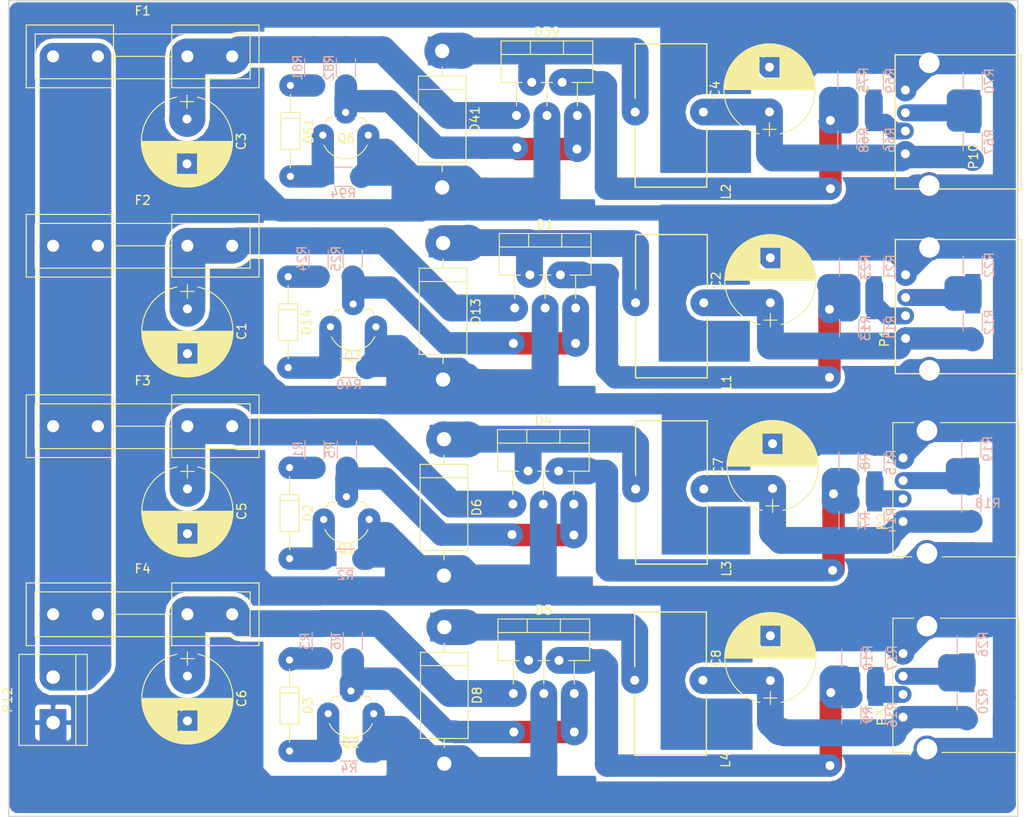
<source format=kicad_pcb>
(kicad_pcb (version 4) (host pcbnew 4.0.4-stable)
  (layers (0 F.Cu signal) (31 B.Cu signal) (34 B.Paste user) (35 F.Paste user) (36 B.SilkS user) (37 F.SilkS user) (38 B.Mask user) (39 F.Mask user) (44 Edge.Cuts user))
  (net 0 "")
  (net 1 "Net-(C2-Pad1)")
  (net 2 "Net-(C4-Pad1)")
  (net 3 "Net-(D1-Pad5)")
  (net 4 "Net-(D1-Pad4)")
  (net 5 "Net-(D1-Pad2)")
  (net 6 "Net-(D14-Pad2)")
  (net 7 "Net-(D14-Pad1)")
  (net 8 "Net-(D39-Pad5)")
  (net 9 "Net-(D39-Pad4)")
  (net 10 "Net-(D39-Pad2)")
  (net 11 "Net-(D51-Pad2)")
  (net 12 "Net-(D51-Pad1)")
  (net 13 "Net-(P1-Pad3)")
  (net 14 "Net-(P1-Pad2)")
  (net 15 "Net-(P10-Pad3)")
  (net 16 "Net-(P10-Pad2)")
  (net 17 "Net-(C1-Pad1)")
  (net 18 GND)
  (net 19 "Net-(D4-Pad2)")
  (net 20 "Net-(D5-Pad2)")
  (net 21 "Net-(C7-Pad1)")
  (net 22 "Net-(C8-Pad1)")
  (net 23 "Net-(P2-Pad3)")
  (net 24 "Net-(P2-Pad2)")
  (net 25 "Net-(P3-Pad3)")
  (net 26 "Net-(P3-Pad2)")
  (net 27 "Net-(D4-Pad5)")
  (net 28 "Net-(D2-Pad2)")
  (net 29 "Net-(D5-Pad5)")
  (net 30 "Net-(D3-Pad2)")
  (net 31 "Net-(D4-Pad4)")
  (net 32 "Net-(D5-Pad4)")
  (net 33 "Net-(D2-Pad1)")
  (net 34 "Net-(D3-Pad1)")
  (net 35 "Net-(C3-Pad1)")
  (net 36 "Net-(C5-Pad1)")
  (net 37 "Net-(C6-Pad1)")
  (net 38 "Net-(F1-Pad1)")
  (module Choke_Toroid_ThroughHole:Choke_Toroid_8x16mm_Vertical (layer F.Cu) (at 231.75 83.75 270)
    (fp_text reference L3 (at 16.51 -10.16 270) (layer F.SilkS))
    (fp_text value INDUCTOR)
    (pad 1 thru_hole circle (at 7.62 0 270) (size 1.99898 1.99898) (drill 1.00076) (layers *.Cu *.Mask) (net 19 "Net-(D4-Pad2)"))
    (pad 2 thru_hole circle (at 7.62 -7.62 270) (size 1.99898 1.99898) (drill 1.00076) (layers *.Cu *.Mask) (net 21 "Net-(C7-Pad1)"))
  )
  (module Fuse_Holders_and_Fuses:Fuseholder5x20_horiz_open_inline_Type-I (layer F.Cu) (at 166.7 84.35)
    (fp_text reference F3 (at 10 -5.08) (layer F.SilkS))
    (fp_text value F_Small)
    (pad 2 thru_hole circle (at 15 0) (size 2.35 2.35) (drill 1.35) (layers *.Cu *.Mask) (net 36 "Net-(C5-Pad1)"))
    (pad 2 thru_hole circle (at 20 0) (size 2.35 2.35) (drill 1.35) (layers *.Cu *.Mask) (net 36 "Net-(C5-Pad1)"))
    (pad 1 thru_hole circle (at 5 0) (size 2.35 2.35) (drill 1.35) (layers *.Cu *.Mask) (net 38 "Net-(F1-Pad1)"))
    (pad 1 thru_hole circle (at 0 0) (size 2.35 2.35) (drill 1.35) (layers *.Cu *.Mask) (net 38 "Net-(F1-Pad1)"))
  )
  (module Capacitors_ThroughHole:CP_Radial_D10.0mm_P5.00mm (layer F.Cu) (at 246.7 49.25 90)
    (fp_text reference C4 (at 2.5 -6.06 90) (layer F.SilkS))
    (fp_text value CP)
    (pad 1 thru_hole rect (at 0 0 90) (size 2 2) (drill 1) (layers *.Cu *.Mask) (net 2 "Net-(C4-Pad1)"))
    (pad 2 thru_hole circle (at 5 0 90) (size 2 2) (drill 1) (layers *.Cu *.Mask) (net 18 GND))
  )
  (module Choke_Toroid_ThroughHole:Choke_Toroid_8x16mm_Vertical (layer F.Cu) (at 231.7 41.65 270)
    (fp_text reference L2 (at 16.51 -10.16 270) (layer F.SilkS))
    (fp_text value INDUCTOR)
    (pad 1 thru_hole circle (at 7.62 0 270) (size 1.99898 1.99898) (drill 1.00076) (layers *.Cu *.Mask) (net 10 "Net-(D39-Pad2)"))
    (pad 2 thru_hole circle (at 7.62 -7.62 270) (size 1.99898 1.99898) (drill 1.00076) (layers *.Cu *.Mask) (net 2 "Net-(C4-Pad1)"))
  )
  (module Choke_Toroid_ThroughHole:Choke_Toroid_8x16mm_Vertical (layer F.Cu) (at 231.75 62.95 270)
    (fp_text reference L1 (at 16.51 -10.16 270) (layer F.SilkS))
    (fp_text value INDUCTOR)
    (pad 1 thru_hole circle (at 7.62 0 270) (size 1.99898 1.99898) (drill 1.00076) (layers *.Cu *.Mask) (net 5 "Net-(D1-Pad2)"))
    (pad 2 thru_hole circle (at 7.62 -7.62 270) (size 1.99898 1.99898) (drill 1.00076) (layers *.Cu *.Mask) (net 1 "Net-(C2-Pad1)"))
  )
  (module Connect:USB_A (layer F.Cu) (at 261.9 74.55 90)
    (fp_text reference P1 (at 0 -2.35 90) (layer F.SilkS))
    (fp_text value USB_A)
    (pad 4 thru_hole circle (at 7.11286 -0.00212) (size 1.50114 1.50114) (drill 1.00076) (layers *.Cu *.Mask) (net 18 GND))
    (pad 3 thru_hole circle (at 4.57286 -0.00212) (size 1.50114 1.50114) (drill 1.00076) (layers *.Cu *.Mask) (net 13 "Net-(P1-Pad3)"))
    (pad 2 thru_hole circle (at 2.54086 -0.00212) (size 1.50114 1.50114) (drill 1.00076) (layers *.Cu *.Mask) (net 14 "Net-(P1-Pad2)"))
    (pad 1 thru_hole circle (at 0.00086 -0.00212) (size 1.50114 1.50114) (drill 1.00076) (layers *.Cu *.Mask) (net 1 "Net-(C2-Pad1)"))
    (pad 5 thru_hole circle (at 10.16086 2.66488) (size 2.99974 2.99974) (drill 2.30124) (layers *.Cu *.Mask) (net 18 GND))
    (pad 5 thru_hole circle (at -3.55514 2.66488) (size 2.99974 2.99974) (drill 2.30124) (layers *.Cu *.Mask) (net 18 GND))
  )
  (module Connect:USB_A (layer F.Cu) (at 261.877 53.926 90)
    (fp_text reference P10 (at -0.3 7.6 90) (layer F.SilkS))
    (fp_text value USB_A)
    (pad 4 thru_hole circle (at 7.11286 -0.00212) (size 1.50114 1.50114) (drill 1.00076) (layers *.Cu *.Mask) (net 18 GND))
    (pad 3 thru_hole circle (at 4.57286 -0.00212) (size 1.50114 1.50114) (drill 1.00076) (layers *.Cu *.Mask) (net 15 "Net-(P10-Pad3)"))
    (pad 2 thru_hole circle (at 2.54086 -0.00212) (size 1.50114 1.50114) (drill 1.00076) (layers *.Cu *.Mask) (net 16 "Net-(P10-Pad2)"))
    (pad 1 thru_hole circle (at 0.00086 -0.00212) (size 1.50114 1.50114) (drill 1.00076) (layers *.Cu *.Mask) (net 2 "Net-(C4-Pad1)"))
    (pad 5 thru_hole circle (at 10.16086 2.66488) (size 2.99974 2.99974) (drill 2.30124) (layers *.Cu *.Mask) (net 18 GND))
    (pad 5 thru_hole circle (at -3.55514 2.66488) (size 2.99974 2.99974) (drill 2.30124) (layers *.Cu *.Mask) (net 18 GND))
  )
  (module TO_SOT_Packages_THT:TO-92_Molded_Wide_Oval_Reverse (layer F.Cu) (at 202.75 73.25 180)
    (fp_text reference Q3 (at 2.54 -3.302 180) (layer F.SilkS))
    (fp_text value 2SC1815)
    (pad 2 thru_hole oval (at 2.54 2.54 270) (size 2 1.5) (drill 0.8) (layers *.Cu *.Mask) (net 3 "Net-(D1-Pad5)"))
    (pad 1 thru_hole rect (at 0 0 270) (size 1.5 2) (drill 0.8) (layers *.Cu *.Mask) (net 18 GND))
    (pad 3 thru_hole oval (at 5.08 0 270) (size 1.5 2) (drill 0.8) (layers *.Cu *.Mask) (net 6 "Net-(D14-Pad2)"))
  )
  (module TO_SOT_Packages_THT:TO-92_Molded_Wide_Oval_Reverse (layer F.Cu) (at 201.9 51.85 180)
    (fp_text reference Q6 (at 2.4914 -0.364 180) (layer F.SilkS))
    (fp_text value 2SC1815)
    (pad 2 thru_hole oval (at 2.54 2.54 270) (size 2 1.5) (drill 0.8) (layers *.Cu *.Mask) (net 8 "Net-(D39-Pad5)"))
    (pad 1 thru_hole rect (at 0 0 270) (size 1.5 2) (drill 0.8) (layers *.Cu *.Mask) (net 18 GND))
    (pad 3 thru_hole oval (at 5.08 0 270) (size 1.5 2) (drill 0.8) (layers *.Cu *.Mask) (net 11 "Net-(D51-Pad2)"))
  )
  (module Diodes_ThroughHole:D_DO-201AD_P15.24mm_Horizontal (layer F.Cu) (at 210.25 63.9 270)
    (fp_text reference D13 (at 7.62 -3.66 270) (layer F.SilkS))
    (fp_text value D_Schottky)
    (pad 1 thru_hole rect (at 0 0 270) (size 3.2 3.2) (drill 1.6) (layers *.Cu *.Mask) (net 5 "Net-(D1-Pad2)"))
    (pad 2 thru_hole oval (at 15.24 0 270) (size 3.2 3.2) (drill 1.6) (layers *.Cu *.Mask) (net 18 GND))
  )
  (module Diodes_ThroughHole:D_DO-201AD_P15.24mm_Horizontal (layer F.Cu) (at 210.15 42.45 270)
    (fp_text reference D41 (at 7.62 -3.66 270) (layer F.SilkS))
    (fp_text value D_Schottky)
    (pad 1 thru_hole rect (at 0 0 270) (size 3.2 3.2) (drill 1.6) (layers *.Cu *.Mask) (net 10 "Net-(D39-Pad2)"))
    (pad 2 thru_hole oval (at 15.24 0 270) (size 3.2 3.2) (drill 1.6) (layers *.Cu *.Mask) (net 18 GND))
  )
  (module Connect:bornier2 (layer F.Cu) (at 166.7 117.45 90)
    (fp_text reference P12 (at 2.54 -5.08 90) (layer F.SilkS))
    (fp_text value POWER)
    (pad 1 thru_hole rect (at 0 0 90) (size 3 3) (drill 1.52) (layers *.Cu *.Mask) (net 18 GND))
    (pad 2 thru_hole circle (at 5.08 0 90) (size 3 3) (drill 1.52) (layers *.Cu *.Mask) (net 38 "Net-(F1-Pad1)"))
  )
  (module Diodes_ThroughHole:D_DO-201AD_P15.24mm_Horizontal (layer F.Cu) (at 210.35 85.8 270)
    (fp_text reference D6 (at 7.62 -3.66 270) (layer F.SilkS))
    (fp_text value D_Schottky)
    (pad 1 thru_hole rect (at 0 0 270) (size 3.2 3.2) (drill 1.6) (layers *.Cu *.Mask) (net 19 "Net-(D4-Pad2)"))
    (pad 2 thru_hole oval (at 15.24 0 270) (size 3.2 3.2) (drill 1.6) (layers *.Cu *.Mask) (net 18 GND))
  )
  (module Diodes_ThroughHole:D_DO-201AD_P15.24mm_Horizontal (layer F.Cu) (at 210.39 106.79 270)
    (fp_text reference D8 (at 7.62 -3.66 270) (layer F.SilkS))
    (fp_text value D_Schottky)
    (pad 1 thru_hole rect (at 0 0 270) (size 3.2 3.2) (drill 1.6) (layers *.Cu *.Mask) (net 20 "Net-(D5-Pad2)"))
    (pad 2 thru_hole oval (at 15.24 0 270) (size 3.2 3.2) (drill 1.6) (layers *.Cu *.Mask) (net 18 GND))
  )
  (module Choke_Toroid_ThroughHole:Choke_Toroid_8x16mm_Vertical (layer F.Cu) (at 231.65 105.1 270)
    (fp_text reference L4 (at 16.51 -10.16 270) (layer F.SilkS))
    (fp_text value INDUCTOR)
    (pad 1 thru_hole circle (at 7.62 0 270) (size 1.99898 1.99898) (drill 1.00076) (layers *.Cu *.Mask) (net 20 "Net-(D5-Pad2)"))
    (pad 2 thru_hole circle (at 7.62 -7.62 270) (size 1.99898 1.99898) (drill 1.00076) (layers *.Cu *.Mask) (net 22 "Net-(C8-Pad1)"))
  )
  (module Connect:USB_A (layer F.Cu) (at 261.62 94.996 90)
    (fp_text reference P2 (at 0 -2.35 90) (layer F.SilkS))
    (fp_text value USB_A)
    (pad 4 thru_hole circle (at 7.11 0) (size 1.5 1.5) (drill 1) (layers *.Cu *.Mask) (net 18 GND))
    (pad 3 thru_hole circle (at 4.57 0) (size 1.5 1.5) (drill 1) (layers *.Cu *.Mask) (net 23 "Net-(P2-Pad3)"))
    (pad 2 thru_hole circle (at 2.54 0) (size 1.5 1.5) (drill 1) (layers *.Cu *.Mask) (net 24 "Net-(P2-Pad2)"))
    (pad 1 thru_hole circle (at 0 0) (size 1.5 1.5) (drill 1) (layers *.Cu *.Mask) (net 21 "Net-(C7-Pad1)"))
    (pad 5 thru_hole circle (at 10.16 2.67) (size 3 3) (drill 2.3) (layers *.Cu *.Mask) (net 18 GND))
    (pad 5 thru_hole circle (at -3.56 2.67) (size 3 3) (drill 2.3) (layers *.Cu *.Mask) (net 18 GND))
  )
  (module Connect:USB_A (layer F.Cu) (at 261.62 116.84 90)
    (fp_text reference P3 (at 0 -2.35 90) (layer F.SilkS))
    (fp_text value USB_A)
    (pad 4 thru_hole circle (at 7.11 0) (size 1.5 1.5) (drill 1) (layers *.Cu *.Mask) (net 18 GND))
    (pad 3 thru_hole circle (at 4.57 0) (size 1.5 1.5) (drill 1) (layers *.Cu *.Mask) (net 25 "Net-(P3-Pad3)"))
    (pad 2 thru_hole circle (at 2.54 0) (size 1.5 1.5) (drill 1) (layers *.Cu *.Mask) (net 26 "Net-(P3-Pad2)"))
    (pad 1 thru_hole circle (at 0 0) (size 1.5 1.5) (drill 1) (layers *.Cu *.Mask) (net 22 "Net-(C8-Pad1)"))
    (pad 5 thru_hole circle (at 10.16 2.67) (size 3 3) (drill 2.3) (layers *.Cu *.Mask) (net 18 GND))
    (pad 5 thru_hole circle (at -3.56 2.67) (size 3 3) (drill 2.3) (layers *.Cu *.Mask) (net 18 GND))
  )
  (module TO_SOT_Packages_THT:TO-92_Molded_Wide_Oval_Reverse (layer F.Cu) (at 202 94.766 180)
    (fp_text reference Q1 (at 2.54 -3.3 180) (layer F.SilkS))
    (fp_text value 2SC1815)
    (pad 2 thru_hole oval (at 2.54 2.54 270) (size 2 1.5) (drill 0.8) (layers *.Cu *.Mask) (net 27 "Net-(D4-Pad5)"))
    (pad 1 thru_hole rect (at 0 0 270) (size 1.5 2) (drill 0.8) (layers *.Cu *.Mask) (net 18 GND))
    (pad 3 thru_hole oval (at 5.08 0 270) (size 1.5 2) (drill 0.8) (layers *.Cu *.Mask) (net 28 "Net-(D2-Pad2)"))
  )
  (module TO_SOT_Packages_THT:TO-92_Molded_Wide_Oval_Reverse (layer F.Cu) (at 202.5 116.4528 180)
    (fp_text reference Q2 (at 2.54 -3.3 180) (layer F.SilkS))
    (fp_text value 2SC1815)
    (pad 2 thru_hole oval (at 2.54 2.54 270) (size 2 1.5) (drill 0.8) (layers *.Cu *.Mask) (net 29 "Net-(D5-Pad5)"))
    (pad 1 thru_hole rect (at 0 0 270) (size 1.5 2) (drill 0.8) (layers *.Cu *.Mask) (net 18 GND))
    (pad 3 thru_hole oval (at 5.08 0 270) (size 1.5 2) (drill 0.8) (layers *.Cu *.Mask) (net 30 "Net-(D3-Pad2)"))
  )
  (module Resistors_SMD:R_1206_HandSoldering (layer B.Cu) (at 195.9 87 270)
    (fp_text reference R1 (at 0 1.85 270) (layer B.SilkS) (effects (justify mirror)))
    (fp_text value R)
    (pad 1 smd rect (at -2 0 270) (size 2 1.7) (layers B.Cu B.Paste B.Mask) (net 36 "Net-(C5-Pad1)"))
    (pad 2 smd rect (at 2 0 270) (size 2 1.7) (layers B.Cu B.Paste B.Mask) (net 33 "Net-(D2-Pad1)"))
  )
  (module Resistors_SMD:R_1206_HandSoldering (layer B.Cu) (at 199.3584 99.1348)
    (fp_text reference R2 (at 0 1.85) (layer B.SilkS) (effects (justify mirror)))
    (fp_text value R)
    (pad 1 smd rect (at -2 0) (size 2 1.7) (layers B.Cu B.Paste B.Mask) (net 28 "Net-(D2-Pad2)"))
    (pad 2 smd rect (at 2 0) (size 2 1.7) (layers B.Cu B.Paste B.Mask) (net 18 GND))
  )
  (module Resistors_SMD:R_1206_HandSoldering (layer B.Cu) (at 196.7 108.35 270)
    (fp_text reference R3 (at 0 1.85 270) (layer B.SilkS) (effects (justify mirror)))
    (fp_text value 15k)
    (pad 1 smd rect (at -2 0 270) (size 2 1.7) (layers B.Cu B.Paste B.Mask) (net 37 "Net-(C6-Pad1)"))
    (pad 2 smd rect (at 2 0 270) (size 2 1.7) (layers B.Cu B.Paste B.Mask) (net 34 "Net-(D3-Pad1)"))
  )
  (module Resistors_SMD:R_1206_HandSoldering (layer B.Cu) (at 199.7568 120.6692)
    (fp_text reference R4 (at 0 1.85) (layer B.SilkS) (effects (justify mirror)))
    (fp_text value 15k)
    (pad 1 smd rect (at -2 0) (size 2 1.7) (layers B.Cu B.Paste B.Mask) (net 30 "Net-(D3-Pad2)"))
    (pad 2 smd rect (at 2 0) (size 2 1.7) (layers B.Cu B.Paste B.Mask) (net 18 GND))
  )
  (module Resistors_SMD:R_1206_HandSoldering (layer B.Cu) (at 199.5108 86.9936 270)
    (fp_text reference R5 (at 0 1.85 270) (layer B.SilkS) (effects (justify mirror)))
    (fp_text value R)
    (pad 1 smd rect (at -2 0 270) (size 2 1.7) (layers B.Cu B.Paste B.Mask) (net 36 "Net-(C5-Pad1)"))
    (pad 2 smd rect (at 2 0 270) (size 2 1.7) (layers B.Cu B.Paste B.Mask) (net 27 "Net-(D4-Pad5)"))
  )
  (module Resistors_SMD:R_1206_HandSoldering (layer B.Cu) (at 200.1632 108.3756 270)
    (fp_text reference R6 (at 0 1.85 270) (layer B.SilkS) (effects (justify mirror)))
    (fp_text value R)
    (pad 1 smd rect (at -2 0 270) (size 2 1.7) (layers B.Cu B.Paste B.Mask) (net 37 "Net-(C6-Pad1)"))
    (pad 2 smd rect (at 2 0 270) (size 2 1.7) (layers B.Cu B.Paste B.Mask) (net 29 "Net-(D5-Pad5)"))
  )
  (module Resistors_SMD:R_1206_HandSoldering (layer B.Cu) (at 255.524 94.869 90)
    (fp_text reference R7 (at 0 1.85 90) (layer B.SilkS) (effects (justify mirror)))
    (fp_text value R)
    (pad 1 smd rect (at -2 0 90) (size 2 1.7) (layers B.Cu B.Paste B.Mask) (net 21 "Net-(C7-Pad1)"))
    (pad 2 smd rect (at 2 0 90) (size 2 1.7) (layers B.Cu B.Paste B.Mask) (net 31 "Net-(D4-Pad4)"))
  )
  (module Resistors_SMD:R_1206_HandSoldering (layer B.Cu) (at 255.524 88.265 90)
    (fp_text reference R8 (at 0 1.85 90) (layer B.SilkS) (effects (justify mirror)))
    (fp_text value R)
    (pad 1 smd rect (at -2 0 90) (size 2 1.7) (layers B.Cu B.Paste B.Mask) (net 31 "Net-(D4-Pad4)"))
    (pad 2 smd rect (at 2 0 90) (size 2 1.7) (layers B.Cu B.Paste B.Mask) (net 18 GND))
  )
  (module Resistors_SMD:R_1206_HandSoldering (layer B.Cu) (at 255.8415 116.586 90)
    (fp_text reference R9 (at 0 1.85 90) (layer B.SilkS) (effects (justify mirror)))
    (fp_text value R)
    (pad 1 smd rect (at -2 0 90) (size 2 1.7) (layers B.Cu B.Paste B.Mask) (net 22 "Net-(C8-Pad1)"))
    (pad 2 smd rect (at 2 0 90) (size 2 1.7) (layers B.Cu B.Paste B.Mask) (net 32 "Net-(D5-Pad4)"))
  )
  (module Resistors_SMD:R_1206_HandSoldering (layer B.Cu) (at 255.8415 110.236 90)
    (fp_text reference R10 (at 0 1.85 90) (layer B.SilkS) (effects (justify mirror)))
    (fp_text value R)
    (pad 1 smd rect (at -2 0 90) (size 2 1.7) (layers B.Cu B.Paste B.Mask) (net 32 "Net-(D5-Pad4)"))
    (pad 2 smd rect (at 2 0 90) (size 2 1.7) (layers B.Cu B.Paste B.Mask) (net 18 GND))
  )
  (module Resistors_SMD:R_1206_HandSoldering (layer B.Cu) (at 258.4 73.4 90)
    (fp_text reference R11 (at 0 1.85 90) (layer B.SilkS) (effects (justify mirror)))
    (fp_text value R)
    (pad 1 smd rect (at -2 0 90) (size 2 1.7) (layers B.Cu B.Paste B.Mask) (net 1 "Net-(C2-Pad1)"))
    (pad 2 smd rect (at 2 0 90) (size 2 1.7) (layers B.Cu B.Paste B.Mask) (net 14 "Net-(P1-Pad2)"))
  )
  (module Resistors_SMD:R_1206_HandSoldering (layer B.Cu) (at 269.4 72.75 90)
    (fp_text reference R12 (at 0 1.85 90) (layer B.SilkS) (effects (justify mirror)))
    (fp_text value R)
    (pad 1 smd rect (at -2 0 90) (size 2 1.7) (layers B.Cu B.Paste B.Mask) (net 1 "Net-(C2-Pad1)"))
    (pad 2 smd rect (at 2 0 90) (size 2 1.7) (layers B.Cu B.Paste B.Mask) (net 13 "Net-(P1-Pad3)"))
  )
  (module Resistors_SMD:R_1206_HandSoldering (layer B.Cu) (at 255.6 73.4 90)
    (fp_text reference R13 (at 0 1.85 90) (layer B.SilkS) (effects (justify mirror)))
    (fp_text value R)
    (pad 1 smd rect (at -2 0 90) (size 2 1.7) (layers B.Cu B.Paste B.Mask) (net 1 "Net-(C2-Pad1)"))
    (pad 2 smd rect (at 2 0 90) (size 2 1.7) (layers B.Cu B.Paste B.Mask) (net 4 "Net-(D1-Pad4)"))
  )
  (module Resistors_SMD:R_1206_HandSoldering (layer B.Cu) (at 258.445 94.869 90)
    (fp_text reference R14 (at 0 1.85 90) (layer B.SilkS) (effects (justify mirror)))
    (fp_text value R)
    (pad 1 smd rect (at -2 0 90) (size 2 1.7) (layers B.Cu B.Paste B.Mask) (net 21 "Net-(C7-Pad1)"))
    (pad 2 smd rect (at 2 0 90) (size 2 1.7) (layers B.Cu B.Paste B.Mask) (net 24 "Net-(P2-Pad2)"))
  )
  (module Resistors_SMD:R_1206_HandSoldering (layer B.Cu) (at 258.445 88.392 90)
    (fp_text reference R15 (at 0 1.85 90) (layer B.SilkS) (effects (justify mirror)))
    (fp_text value R)
    (pad 1 smd rect (at -2 0 90) (size 2 1.7) (layers B.Cu B.Paste B.Mask) (net 24 "Net-(P2-Pad2)"))
    (pad 2 smd rect (at 2 0 90) (size 2 1.7) (layers B.Cu B.Paste B.Mask) (net 18 GND))
  )
  (module Resistors_SMD:R_1206_HandSoldering (layer B.Cu) (at 258.572 116.586 90)
    (fp_text reference R16 (at 0 1.85 90) (layer B.SilkS) (effects (justify mirror)))
    (fp_text value R)
    (pad 1 smd rect (at -2 0 90) (size 2 1.7) (layers B.Cu B.Paste B.Mask) (net 22 "Net-(C8-Pad1)"))
    (pad 2 smd rect (at 2 0 90) (size 2 1.7) (layers B.Cu B.Paste B.Mask) (net 26 "Net-(P3-Pad2)"))
  )
  (module Resistors_SMD:R_1206_HandSoldering (layer B.Cu) (at 258.572 110.236 90)
    (fp_text reference R17 (at 0 1.85 90) (layer B.SilkS) (effects (justify mirror)))
    (fp_text value R)
    (pad 1 smd rect (at -2 0 90) (size 2 1.7) (layers B.Cu B.Paste B.Mask) (net 26 "Net-(P3-Pad2)"))
    (pad 2 smd rect (at 2 0 90) (size 2 1.7) (layers B.Cu B.Paste B.Mask) (net 18 GND))
  )
  (module Resistors_SMD:R_1206_HandSoldering (layer B.Cu) (at 269.24 92.964 90)
    (fp_text reference R18 (at 0 1.85 180) (layer B.SilkS) (effects (justify mirror)))
    (fp_text value R)
    (pad 1 smd rect (at -2 0 90) (size 2 1.7) (layers B.Cu B.Paste B.Mask) (net 21 "Net-(C7-Pad1)"))
    (pad 2 smd rect (at 2 0 90) (size 2 1.7) (layers B.Cu B.Paste B.Mask) (net 23 "Net-(P2-Pad3)"))
  )
  (module Resistors_SMD:R_1206_HandSoldering (layer B.Cu) (at 269.24 86.868 90)
    (fp_text reference R19 (at 0 1.85 90) (layer B.SilkS) (effects (justify mirror)))
    (fp_text value R)
    (pad 1 smd rect (at -2 0 90) (size 2 1.7) (layers B.Cu B.Paste B.Mask) (net 23 "Net-(P2-Pad3)"))
    (pad 2 smd rect (at 2 0 90) (size 2 1.7) (layers B.Cu B.Paste B.Mask) (net 18 GND))
  )
  (module Resistors_SMD:R_1206_HandSoldering (layer B.Cu) (at 268.732 115.062 90)
    (fp_text reference R20 (at 0 1.85 90) (layer B.SilkS) (effects (justify mirror)))
    (fp_text value R)
    (pad 1 smd rect (at -2 0 90) (size 2 1.7) (layers B.Cu B.Paste B.Mask) (net 22 "Net-(C8-Pad1)"))
    (pad 2 smd rect (at 2 0 90) (size 2 1.7) (layers B.Cu B.Paste B.Mask) (net 25 "Net-(P3-Pad3)"))
  )
  (module Resistors_SMD:R_1206_HandSoldering (layer B.Cu) (at 258.4 66.6 90)
    (fp_text reference R21 (at 0 1.85 90) (layer B.SilkS) (effects (justify mirror)))
    (fp_text value R)
    (pad 1 smd rect (at -2 0 90) (size 2 1.7) (layers B.Cu B.Paste B.Mask) (net 14 "Net-(P1-Pad2)"))
    (pad 2 smd rect (at 2 0 90) (size 2 1.7) (layers B.Cu B.Paste B.Mask) (net 18 GND))
  )
  (module Resistors_SMD:R_1206_HandSoldering (layer B.Cu) (at 269.4 66.35 90)
    (fp_text reference R22 (at 0 1.85 90) (layer B.SilkS) (effects (justify mirror)))
    (fp_text value R)
    (pad 1 smd rect (at -2 0 90) (size 2 1.7) (layers B.Cu B.Paste B.Mask) (net 13 "Net-(P1-Pad3)"))
    (pad 2 smd rect (at 2 0 90) (size 2 1.7) (layers B.Cu B.Paste B.Mask) (net 18 GND))
  )
  (module Resistors_SMD:R_1206_HandSoldering (layer B.Cu) (at 255.6 66.6 90)
    (fp_text reference R23 (at 0 1.85 90) (layer B.SilkS) (effects (justify mirror)))
    (fp_text value R)
    (pad 1 smd rect (at -2 0 90) (size 2 1.7) (layers B.Cu B.Paste B.Mask) (net 4 "Net-(D1-Pad4)"))
    (pad 2 smd rect (at 2 0 90) (size 2 1.7) (layers B.Cu B.Paste B.Mask) (net 18 GND))
  )
  (module Resistors_SMD:R_1206_HandSoldering (layer B.Cu) (at 196.35 65.65 270)
    (fp_text reference R24 (at 0 1.85 270) (layer B.SilkS) (effects (justify mirror)))
    (fp_text value 15k)
    (pad 1 smd rect (at -2 0 270) (size 2 1.7) (layers B.Cu B.Paste B.Mask) (net 17 "Net-(C1-Pad1)"))
    (pad 2 smd rect (at 2 0 270) (size 2 1.7) (layers B.Cu B.Paste B.Mask) (net 7 "Net-(D14-Pad1)"))
  )
  (module Resistors_SMD:R_1206_HandSoldering (layer B.Cu) (at 200.15 65.65 270)
    (fp_text reference R25 (at 0 1.85 270) (layer B.SilkS) (effects (justify mirror)))
    (fp_text value R)
    (pad 1 smd rect (at -2 0 270) (size 2 1.7) (layers B.Cu B.Paste B.Mask) (net 17 "Net-(C1-Pad1)"))
    (pad 2 smd rect (at 2 0 270) (size 2 1.7) (layers B.Cu B.Paste B.Mask) (net 3 "Net-(D1-Pad5)"))
  )
  (module Resistors_SMD:R_1206_HandSoldering (layer B.Cu) (at 268.732 108.712 90)
    (fp_text reference R26 (at 0 1.85 90) (layer B.SilkS) (effects (justify mirror)))
    (fp_text value R)
    (pad 1 smd rect (at -2 0 90) (size 2 1.7) (layers B.Cu B.Paste B.Mask) (net 25 "Net-(P3-Pad3)"))
    (pad 2 smd rect (at 2 0 90) (size 2 1.7) (layers B.Cu B.Paste B.Mask) (net 18 GND))
  )
  (module Resistors_SMD:R_1206_HandSoldering (layer B.Cu) (at 199.75 77.85)
    (fp_text reference R40 (at 0 1.85) (layer B.SilkS) (effects (justify mirror)))
    (fp_text value 15k)
    (pad 1 smd rect (at -2 0) (size 2 1.7) (layers B.Cu B.Paste B.Mask) (net 6 "Net-(D14-Pad2)"))
    (pad 2 smd rect (at 2 0) (size 2 1.7) (layers B.Cu B.Paste B.Mask) (net 18 GND))
  )
  (module Resistors_SMD:R_1206_HandSoldering (layer B.Cu) (at 258.35 52.4 90)
    (fp_text reference R66 (at 0 1.85 90) (layer B.SilkS) (effects (justify mirror)))
    (fp_text value R)
    (pad 1 smd rect (at -2 0 90) (size 2 1.7) (layers B.Cu B.Paste B.Mask) (net 2 "Net-(C4-Pad1)"))
    (pad 2 smd rect (at 2 0 90) (size 2 1.7) (layers B.Cu B.Paste B.Mask) (net 16 "Net-(P10-Pad2)"))
  )
  (module Resistors_SMD:R_1206_HandSoldering (layer B.Cu) (at 269.4 52.6 90)
    (fp_text reference R67 (at 0 1.85 90) (layer B.SilkS) (effects (justify mirror)))
    (fp_text value R)
    (pad 1 smd rect (at -2 0 90) (size 2 1.7) (layers B.Cu B.Paste B.Mask) (net 2 "Net-(C4-Pad1)"))
    (pad 2 smd rect (at 2 0 90) (size 2 1.7) (layers B.Cu B.Paste B.Mask) (net 15 "Net-(P10-Pad3)"))
  )
  (module Resistors_SMD:R_1206_HandSoldering (layer B.Cu) (at 255.4 52.4 90)
    (fp_text reference R68 (at 0 1.85 90) (layer B.SilkS) (effects (justify mirror)))
    (fp_text value R)
    (pad 1 smd rect (at -2 0 90) (size 2 1.7) (layers B.Cu B.Paste B.Mask) (net 2 "Net-(C4-Pad1)"))
    (pad 2 smd rect (at 2 0 90) (size 2 1.7) (layers B.Cu B.Paste B.Mask) (net 9 "Net-(D39-Pad4)"))
  )
  (module Resistors_SMD:R_1206_HandSoldering (layer B.Cu) (at 258.35 45.75 90)
    (fp_text reference R69 (at 0 1.85 90) (layer B.SilkS) (effects (justify mirror)))
    (fp_text value R)
    (pad 1 smd rect (at -2 0 90) (size 2 1.7) (layers B.Cu B.Paste B.Mask) (net 16 "Net-(P10-Pad2)"))
    (pad 2 smd rect (at 2 0 90) (size 2 1.7) (layers B.Cu B.Paste B.Mask) (net 18 GND))
  )
  (module Resistors_SMD:R_1206_HandSoldering (layer B.Cu) (at 269.4 45.8 90)
    (fp_text reference R70 (at 0 1.85 90) (layer B.SilkS) (effects (justify mirror)))
    (fp_text value R)
    (pad 1 smd rect (at -2 0 90) (size 2 1.7) (layers B.Cu B.Paste B.Mask) (net 15 "Net-(P10-Pad3)"))
    (pad 2 smd rect (at 2 0 90) (size 2 1.7) (layers B.Cu B.Paste B.Mask) (net 18 GND))
  )
  (module Resistors_SMD:R_1206_HandSoldering (layer B.Cu) (at 255.4 45.7 90)
    (fp_text reference R75 (at 0 1.85 90) (layer B.SilkS) (effects (justify mirror)))
    (fp_text value R)
    (pad 1 smd rect (at -2 0 90) (size 2 1.7) (layers B.Cu B.Paste B.Mask) (net 9 "Net-(D39-Pad4)"))
    (pad 2 smd rect (at 2 0 90) (size 2 1.7) (layers B.Cu B.Paste B.Mask) (net 18 GND))
  )
  (module Resistors_SMD:R_1206_HandSoldering (layer B.Cu) (at 195.85 44.3 270)
    (fp_text reference R81 (at 0 1.85 270) (layer B.SilkS) (effects (justify mirror)))
    (fp_text value R)
    (pad 1 smd rect (at -2 0 270) (size 2 1.7) (layers B.Cu B.Paste B.Mask) (net 35 "Net-(C3-Pad1)"))
    (pad 2 smd rect (at 2 0 270) (size 2 1.7) (layers B.Cu B.Paste B.Mask) (net 12 "Net-(D51-Pad1)"))
  )
  (module Resistors_SMD:R_1206_HandSoldering (layer B.Cu) (at 199.4 44.3 270)
    (fp_text reference R82 (at 0 1.85 270) (layer B.SilkS) (effects (justify mirror)))
    (fp_text value R)
    (pad 1 smd rect (at -2 0 270) (size 2 1.7) (layers B.Cu B.Paste B.Mask) (net 35 "Net-(C3-Pad1)"))
    (pad 2 smd rect (at 2 0 270) (size 2 1.7) (layers B.Cu B.Paste B.Mask) (net 8 "Net-(D39-Pad5)"))
  )
  (module Resistors_SMD:R_1206_HandSoldering (layer B.Cu) (at 199.1 56.5)
    (fp_text reference R94 (at 0 1.85) (layer B.SilkS) (effects (justify mirror)))
    (fp_text value R)
    (pad 1 smd rect (at -2 0) (size 2 1.7) (layers B.Cu B.Paste B.Mask) (net 11 "Net-(D51-Pad2)"))
    (pad 2 smd rect (at 2 0) (size 2 1.7) (layers B.Cu B.Paste B.Mask) (net 18 GND))
  )
  (module Capacitors_ThroughHole:CP_Radial_D10.0mm_P5.00mm (layer F.Cu) (at 181.7 71.25 270)
    (fp_text reference C1 (at 2.5 -6.06 270) (layer F.SilkS))
    (fp_text value CP)
    (pad 1 thru_hole rect (at 0 0 270) (size 2 2) (drill 1) (layers *.Cu *.Mask) (net 17 "Net-(C1-Pad1)"))
    (pad 2 thru_hole circle (at 5 0 270) (size 2 2) (drill 1) (layers *.Cu *.Mask) (net 18 GND))
  )
  (module Capacitors_ThroughHole:CP_Radial_D10.0mm_P5.00mm (layer F.Cu) (at 246.8 70.55 90)
    (fp_text reference C2 (at 2.5 -6.06 90) (layer F.SilkS))
    (fp_text value CP)
    (pad 1 thru_hole rect (at 0 0 90) (size 2 2) (drill 1) (layers *.Cu *.Mask) (net 1 "Net-(C2-Pad1)"))
    (pad 2 thru_hole circle (at 5 0 90) (size 2 2) (drill 1) (layers *.Cu *.Mask) (net 18 GND))
  )
  (module Capacitors_ThroughHole:CP_Radial_D10.0mm_P5.00mm (layer F.Cu) (at 181.65 50.05 270)
    (fp_text reference C3 (at 2.5 -6.06 270) (layer F.SilkS))
    (fp_text value CP)
    (pad 1 thru_hole rect (at 0 0 270) (size 2 2) (drill 1) (layers *.Cu *.Mask) (net 35 "Net-(C3-Pad1)"))
    (pad 2 thru_hole circle (at 5 0 270) (size 2 2) (drill 1) (layers *.Cu *.Mask) (net 18 GND))
  )
  (module Capacitors_ThroughHole:CP_Radial_D10.0mm_P5.00mm (layer F.Cu) (at 181.7 91.35 270)
    (fp_text reference C5 (at 2.5 -6.06 270) (layer F.SilkS))
    (fp_text value CP)
    (pad 1 thru_hole rect (at 0 0 270) (size 2 2) (drill 1) (layers *.Cu *.Mask) (net 36 "Net-(C5-Pad1)"))
    (pad 2 thru_hole circle (at 5 0 270) (size 2 2) (drill 1) (layers *.Cu *.Mask) (net 18 GND))
  )
  (module Capacitors_ThroughHole:CP_Radial_D10.0mm_P5.00mm (layer F.Cu) (at 181.7 112.25 270)
    (fp_text reference C6 (at 2.5 -6.06 270) (layer F.SilkS))
    (fp_text value CP)
    (pad 1 thru_hole rect (at 0 0 270) (size 2 2) (drill 1) (layers *.Cu *.Mask) (net 37 "Net-(C6-Pad1)"))
    (pad 2 thru_hole circle (at 5 0 270) (size 2 2) (drill 1) (layers *.Cu *.Mask) (net 18 GND))
  )
  (module Capacitors_ThroughHole:CP_Radial_D10.0mm_P5.00mm (layer F.Cu) (at 247.05 91.3 90)
    (fp_text reference C7 (at 2.5 -6.06 90) (layer F.SilkS))
    (fp_text value CP)
    (pad 1 thru_hole rect (at 0 0 90) (size 2 2) (drill 1) (layers *.Cu *.Mask) (net 21 "Net-(C7-Pad1)"))
    (pad 2 thru_hole circle (at 5 0 90) (size 2 2) (drill 1) (layers *.Cu *.Mask) (net 18 GND))
  )
  (module Capacitors_ThroughHole:CP_Radial_D10.0mm_P5.00mm (layer F.Cu) (at 246.8 112.75 90)
    (fp_text reference C8 (at 2.5 -6.06 90) (layer F.SilkS))
    (fp_text value CP)
    (pad 1 thru_hole rect (at 0 0 90) (size 2 2) (drill 1) (layers *.Cu *.Mask) (net 22 "Net-(C8-Pad1)"))
    (pad 2 thru_hole circle (at 5 0 90) (size 2 2) (drill 1) (layers *.Cu *.Mask) (net 18 GND))
  )
  (module TO_SOT_Packages_THT:TO-220-5_Pentawatt_Multiwatt-5_Vertical_StaggeredType1 (layer F.Cu) (at 218.25 71.15)
    (fp_text reference D1 (at 3.4 -9.32) (layer F.SilkS))
    (fp_text value LM2576)
    (pad 1 thru_hole rect (at 0 0) (size 1.8 1.8) (drill 1) (layers *.Cu *.Mask) (net 17 "Net-(C1-Pad1)"))
    (pad 2 thru_hole oval (at 1.7 -3.7) (size 1.8 1.8) (drill 1) (layers *.Cu *.Mask) (net 5 "Net-(D1-Pad2)"))
    (pad 3 thru_hole oval (at 3.4 0) (size 1.8 1.8) (drill 1) (layers *.Cu *.Mask) (net 18 GND))
    (pad 4 thru_hole oval (at 5.1 -3.7) (size 1.8 1.8) (drill 1) (layers *.Cu *.Mask) (net 4 "Net-(D1-Pad4)"))
    (pad 5 thru_hole oval (at 6.8 0) (size 1.8 1.8) (drill 1) (layers *.Cu *.Mask) (net 3 "Net-(D1-Pad5)"))
  )
  (module Diodes_ThroughHole:D_DO-35_SOD27_P10.16mm_Horizontal (layer F.Cu) (at 193.11 88.9748 270)
    (fp_text reference D2 (at 5.08 -2.06 270) (layer F.SilkS))
    (fp_text value ZENER)
    (pad 1 thru_hole rect (at 0 0 270) (size 1.6 1.6) (drill 0.8) (layers *.Cu *.Mask) (net 33 "Net-(D2-Pad1)"))
    (pad 2 thru_hole oval (at 10.16 0 270) (size 1.6 1.6) (drill 0.8) (layers *.Cu *.Mask) (net 28 "Net-(D2-Pad2)"))
  )
  (module Diodes_ThroughHole:D_DO-35_SOD27_P10.16mm_Horizontal (layer F.Cu) (at 193.102 110.4584 270)
    (fp_text reference D3 (at 5.08 -2.06 270) (layer F.SilkS))
    (fp_text value ZENER)
    (pad 1 thru_hole rect (at 0 0 270) (size 1.6 1.6) (drill 0.8) (layers *.Cu *.Mask) (net 34 "Net-(D3-Pad1)"))
    (pad 2 thru_hole oval (at 10.16 0 270) (size 1.6 1.6) (drill 0.8) (layers *.Cu *.Mask) (net 30 "Net-(D3-Pad2)"))
  )
  (module TO_SOT_Packages_THT:TO-220-5_Pentawatt_Multiwatt-5_Vertical_StaggeredType1 (layer F.Cu) (at 218.05 93.05)
    (fp_text reference D4 (at 3.4 -9.32) (layer F.SilkS))
    (fp_text value LM2576)
    (pad 1 thru_hole rect (at 0 0) (size 1.8 1.8) (drill 1) (layers *.Cu *.Mask) (net 36 "Net-(C5-Pad1)"))
    (pad 2 thru_hole oval (at 1.7 -3.7) (size 1.8 1.8) (drill 1) (layers *.Cu *.Mask) (net 19 "Net-(D4-Pad2)"))
    (pad 3 thru_hole oval (at 3.4 0) (size 1.8 1.8) (drill 1) (layers *.Cu *.Mask) (net 18 GND))
    (pad 4 thru_hole oval (at 5.1 -3.7) (size 1.8 1.8) (drill 1) (layers *.Cu *.Mask) (net 31 "Net-(D4-Pad4)"))
    (pad 5 thru_hole oval (at 6.8 0) (size 1.8 1.8) (drill 1) (layers *.Cu *.Mask) (net 27 "Net-(D4-Pad5)"))
  )
  (module TO_SOT_Packages_THT:TO-220-5_Pentawatt_Multiwatt-5_Vertical_StaggeredType1 (layer F.Cu) (at 218.1 114.2)
    (fp_text reference D5 (at 3.4 -9.32) (layer F.SilkS))
    (fp_text value LM2576)
    (pad 1 thru_hole rect (at 0 0) (size 1.8 1.8) (drill 1) (layers *.Cu *.Mask) (net 37 "Net-(C6-Pad1)"))
    (pad 2 thru_hole oval (at 1.7 -3.7) (size 1.8 1.8) (drill 1) (layers *.Cu *.Mask) (net 20 "Net-(D5-Pad2)"))
    (pad 3 thru_hole oval (at 3.4 0) (size 1.8 1.8) (drill 1) (layers *.Cu *.Mask) (net 18 GND))
    (pad 4 thru_hole oval (at 5.1 -3.7) (size 1.8 1.8) (drill 1) (layers *.Cu *.Mask) (net 32 "Net-(D5-Pad4)"))
    (pad 5 thru_hole oval (at 6.8 0) (size 1.8 1.8) (drill 1) (layers *.Cu *.Mask) (net 29 "Net-(D5-Pad5)"))
  )
  (module Diodes_ThroughHole:D_DO-35_SOD27_P10.16mm_Horizontal (layer F.Cu) (at 192.95 67.65 270)
    (fp_text reference D14 (at 5.08 -2.06 270) (layer F.SilkS))
    (fp_text value ZENER)
    (pad 1 thru_hole rect (at 0 0 270) (size 1.6 1.6) (drill 0.8) (layers *.Cu *.Mask) (net 7 "Net-(D14-Pad1)"))
    (pad 2 thru_hole oval (at 10.16 0 270) (size 1.6 1.6) (drill 0.8) (layers *.Cu *.Mask) (net 6 "Net-(D14-Pad2)"))
  )
  (module TO_SOT_Packages_THT:TO-220-5_Pentawatt_Multiwatt-5_Vertical_StaggeredType1 (layer F.Cu) (at 218.45 49.65)
    (fp_text reference D39 (at 3.4 -9.32) (layer F.SilkS))
    (fp_text value LM2576)
    (pad 1 thru_hole rect (at 0 0) (size 1.8 1.8) (drill 1) (layers *.Cu *.Mask) (net 35 "Net-(C3-Pad1)"))
    (pad 2 thru_hole oval (at 1.7 -3.7) (size 1.8 1.8) (drill 1) (layers *.Cu *.Mask) (net 10 "Net-(D39-Pad2)"))
    (pad 3 thru_hole oval (at 3.4 0) (size 1.8 1.8) (drill 1) (layers *.Cu *.Mask) (net 18 GND))
    (pad 4 thru_hole oval (at 5.1 -3.7) (size 1.8 1.8) (drill 1) (layers *.Cu *.Mask) (net 9 "Net-(D39-Pad4)"))
    (pad 5 thru_hole oval (at 6.8 0) (size 1.8 1.8) (drill 1) (layers *.Cu *.Mask) (net 8 "Net-(D39-Pad5)"))
  )
  (module Diodes_ThroughHole:D_DO-35_SOD27_P10.16mm_Horizontal (layer F.Cu) (at 193.2 46.3 270)
    (fp_text reference D51 (at 5.08 -2.06 270) (layer F.SilkS))
    (fp_text value ZENER)
    (pad 1 thru_hole rect (at 0 0 270) (size 1.6 1.6) (drill 0.8) (layers *.Cu *.Mask) (net 12 "Net-(D51-Pad1)"))
    (pad 2 thru_hole oval (at 10.16 0 270) (size 1.6 1.6) (drill 0.8) (layers *.Cu *.Mask) (net 11 "Net-(D51-Pad2)"))
  )
  (module Fuse_Holders_and_Fuses:Fuseholder5x20_horiz_open_inline_Type-I (layer F.Cu) (at 166.7 43.05)
    (fp_text reference F1 (at 10 -5.08) (layer F.SilkS))
    (fp_text value F_Small)
    (pad 2 thru_hole circle (at 15 0) (size 2.35 2.35) (drill 1.35) (layers *.Cu *.Mask) (net 35 "Net-(C3-Pad1)"))
    (pad 2 thru_hole circle (at 20 0) (size 2.35 2.35) (drill 1.35) (layers *.Cu *.Mask) (net 35 "Net-(C3-Pad1)"))
    (pad 1 thru_hole circle (at 5 0) (size 2.35 2.35) (drill 1.35) (layers *.Cu *.Mask) (net 38 "Net-(F1-Pad1)"))
    (pad 1 thru_hole circle (at 0 0) (size 2.35 2.35) (drill 1.35) (layers *.Cu *.Mask) (net 38 "Net-(F1-Pad1)"))
  )
  (module Fuse_Holders_and_Fuses:Fuseholder5x20_horiz_open_inline_Type-I (layer F.Cu) (at 166.7 64.2)
    (fp_text reference F2 (at 10 -5.08) (layer F.SilkS))
    (fp_text value F_Small)
    (pad 2 thru_hole circle (at 15 0) (size 2.35 2.35) (drill 1.35) (layers *.Cu *.Mask) (net 17 "Net-(C1-Pad1)"))
    (pad 2 thru_hole circle (at 20 0) (size 2.35 2.35) (drill 1.35) (layers *.Cu *.Mask) (net 17 "Net-(C1-Pad1)"))
    (pad 1 thru_hole circle (at 5 0) (size 2.35 2.35) (drill 1.35) (layers *.Cu *.Mask) (net 38 "Net-(F1-Pad1)"))
    (pad 1 thru_hole circle (at 0 0) (size 2.35 2.35) (drill 1.35) (layers *.Cu *.Mask) (net 38 "Net-(F1-Pad1)"))
  )
  (module Fuse_Holders_and_Fuses:Fuseholder5x20_horiz_open_inline_Type-I (layer F.Cu) (at 166.7 105.35)
    (fp_text reference F4 (at 10 -5.08) (layer F.SilkS))
    (fp_text value F_Small)
    (pad 2 thru_hole circle (at 15 0) (size 2.35 2.35) (drill 1.35) (layers *.Cu *.Mask) (net 37 "Net-(C6-Pad1)"))
    (pad 2 thru_hole circle (at 20 0) (size 2.35 2.35) (drill 1.35) (layers *.Cu *.Mask) (net 37 "Net-(C6-Pad1)"))
    (pad 1 thru_hole circle (at 5 0) (size 2.35 2.35) (drill 1.35) (layers *.Cu *.Mask) (net 38 "Net-(F1-Pad1)"))
    (pad 1 thru_hole circle (at 0 0) (size 2.35 2.35) (drill 1.35) (layers *.Cu *.Mask) (net 38 "Net-(F1-Pad1)"))
  )
  (gr_line (start 165.1 127.9144) (end 161.7472 127.9144) (angle 90) (layer Edge.Cuts) (width 0.15))
  (gr_line (start 161.7472 36.83) (end 161.7472 127.9144) (angle 90) (layer Edge.Cuts) (width 0.15))
  (gr_line (start 274.4216 36.83) (end 161.7472 36.83) (angle 90) (layer Edge.Cuts) (width 0.15))
  (gr_line (start 274.4216 127.9144) (end 274.4216 36.83) (angle 90) (layer Edge.Cuts) (width 0.15))
  (gr_line (start 165.1 127.9144) (end 274.4216 127.9144) (angle 90) (layer Edge.Cuts) (width 0.15))
  (segment (start 269.4 74.75) (end 269.19914 74.54914) (width 2.5) (layer B.Cu) (net 1))
  (segment (start 269.19914 74.54914) (end 261.89788 74.54914) (width 2.5) (layer B.Cu) (net 1))
  (segment (start 258.4 75.4) (end 261.04702 75.4) (width 3) (layer B.Cu) (net 1))
  (segment (start 261.04702 75.4) (end 261.89788 74.54914) (width 2.5) (layer B.Cu) (net 1))
  (segment (start 258.4 75.4) (end 255.6 75.4) (width 3) (layer B.Cu) (net 1))
  (segment (start 255.6 75.4) (end 246.8 75.4) (width 3) (layer B.Cu) (net 1))
  (segment (start 246.8 75.4) (end 246.8 70.55) (width 3) (layer B.Cu) (net 1))
  (segment (start 239.37 70.57) (end 246.78 70.57) (width 3) (layer B.Cu) (net 1))
  (segment (start 246.78 70.57) (end 246.8 70.55) (width 2.5) (layer B.Cu) (net 1))
  (segment (start 269.4 54.6) (end 269.09 54.29) (width 2.5) (layer B.Cu) (net 2))
  (segment (start 269.09 54.29) (end 262.414738 54.29) (width 2.5) (layer B.Cu) (net 2))
  (segment (start 262.414738 54.29) (end 261.87488 53.750142) (width 2.5) (layer B.Cu) (net 2))
  (segment (start 261.87488 53.750142) (end 261.87488 53.92514) (width 2.5) (layer B.Cu) (net 2))
  (segment (start 258.35 54.4) (end 261.40002 54.4) (width 3) (layer B.Cu) (net 2))
  (segment (start 261.40002 54.4) (end 261.87488 53.92514) (width 2.5) (layer B.Cu) (net 2))
  (segment (start 258.35 54.4) (end 255.4 54.4) (width 3) (layer B.Cu) (net 2))
  (segment (start 255.4 54.4) (end 249.4 54.4) (width 3) (layer B.Cu) (net 2))
  (segment (start 246.7 54) (end 246.7 49.25) (width 3) (layer B.Cu) (net 2))
  (segment (start 247.1 54.4) (end 246.7 54) (width 3) (layer B.Cu) (net 2))
  (segment (start 249.4 54.4) (end 247.1 54.4) (width 3) (layer B.Cu) (net 2))
  (segment (start 239.32 49.27) (end 246.68 49.27) (width 3) (layer B.Cu) (net 2))
  (segment (start 246.68 49.27) (end 246.7 49.25) (width 2.5) (layer B.Cu) (net 2))
  (segment (start 203.6716 68.862) (end 204.312 68.862) (width 2.5) (layer B.Cu) (net 3))
  (segment (start 225.05 75.1) (end 225.05 71.15) (width 3) (layer B.Cu) (net 3))
  (via (at 225.05 75.1) (size 1.5) (drill 1) (layers F.Cu B.Cu) (net 3))
  (segment (start 225 75.1) (end 225.05 75.1) (width 2.5) (layer F.Cu) (net 3))
  (segment (start 218.1 75.1) (end 225 75.1) (width 2.5) (layer F.Cu) (net 3))
  (via (at 218.1 75.1) (size 1.5) (drill 1) (layers F.Cu B.Cu) (net 3))
  (segment (start 210.55 75.1) (end 218.1 75.1) (width 2.5) (layer B.Cu) (net 3))
  (segment (start 204.312 68.862) (end 210.55 75.1) (width 2.5) (layer B.Cu) (net 3))
  (segment (start 200.21 70.71) (end 200.21 67.71) (width 2.5) (layer B.Cu) (net 3))
  (segment (start 200.21 67.71) (end 200.15 67.65) (width 2.5) (layer B.Cu) (net 3))
  (segment (start 203.6716 68.862) (end 200.21 68.862) (width 2.5) (layer B.Cu) (net 3))
  (segment (start 203.6716 68.862) (end 200.21 68.862) (width 2) (layer B.Cu) (net 3))
  (segment (start 200.21 70.71) (end 200.21 68.862) (width 2) (layer B.Cu) (net 3))
  (segment (start 200.21 68.862) (end 200.21 67.71) (width 2) (layer B.Cu) (net 3))
  (segment (start 200.21 67.71) (end 200.15 67.65) (width 2) (layer B.Cu) (net 3))
  (segment (start 228.55 75.35) (end 228.55 77.95) (width 2.5) (layer B.Cu) (net 4))
  (segment (start 229.5 78.9) (end 253.4 78.9) (width 2.5) (layer B.Cu) (net 4))
  (segment (start 228.55 77.95) (end 229.5 78.9) (width 2.5) (layer B.Cu) (net 4))
  (segment (start 223.35 67.45) (end 225.7 67.45) (width 3) (layer B.Cu) (net 4))
  (segment (start 225.7 67.45) (end 228.65 67.45) (width 2.5) (layer B.Cu) (net 4))
  (via (at 253.4 71.3) (size 1.5) (drill 1) (layers F.Cu B.Cu) (net 4))
  (segment (start 253.4 78.9) (end 253.4 71.3) (width 2.5) (layer F.Cu) (net 4))
  (via (at 253.4 78.9) (size 1.5) (drill 1) (layers F.Cu B.Cu) (net 4))
  (segment (start 228.55 67.55) (end 228.55 75.35) (width 2.5) (layer B.Cu) (net 4))
  (segment (start 228.65 67.45) (end 228.55 67.55) (width 2.5) (layer B.Cu) (net 4))
  (segment (start 253.4 71.6) (end 253.4 71.3) (width 2.5) (layer B.Cu) (net 4))
  (segment (start 253.4 71.6) (end 254 71) (width 2) (layer B.Cu) (net 4))
  (segment (start 253.4 71.3) (end 253.4 69.5356) (width 2.5) (layer B.Cu) (net 4))
  (segment (start 253.4 69.5356) (end 253.4644 69.6) (width 2.5) (layer B.Cu) (net 4))
  (segment (start 253.2644 68.6) (end 255.6 68.6) (width 2.5) (layer B.Cu) (net 4))
  (segment (start 255.6 71.4) (end 253.536 71.4) (width 2.5) (layer B.Cu) (net 4))
  (segment (start 255.6 68.6) (end 255.6 71.4) (width 2.5) (layer B.Cu) (net 4))
  (segment (start 253.2 70.6) (end 254.8 70.6) (width 2) (layer B.Cu) (net 4))
  (segment (start 254.8 70.6) (end 255.6 71.4) (width 2) (layer B.Cu) (net 4))
  (segment (start 254.8 70.6) (end 255.6 71.4) (width 2) (layer B.Cu) (net 4))
  (segment (start 253.8 70) (end 255.2 70) (width 2) (layer B.Cu) (net 4))
  (segment (start 210.25 63.9) (end 213.04 63.9) (width 4) (layer B.Cu) (net 5))
  (segment (start 213.04 63.9) (end 213.04 63.85) (width 4) (layer B.Cu) (net 5))
  (segment (start 219.9 63.95) (end 231.45 63.95) (width 3) (layer B.Cu) (net 5))
  (segment (start 231.75 64.25) (end 231.75 70.57) (width 3) (layer B.Cu) (net 5))
  (segment (start 231.45 63.95) (end 231.75 64.25) (width 2.5) (layer B.Cu) (net 5))
  (segment (start 219.9 63.85) (end 219.9 63.95) (width 2.5) (layer B.Cu) (net 5))
  (segment (start 219.9 63.95) (end 219.9 67.4) (width 3) (layer B.Cu) (net 5))
  (segment (start 219.9 67.4) (end 219.95 67.45) (width 2.5) (layer B.Cu) (net 5))
  (segment (start 210.1 63.85) (end 213.04 63.85) (width 3) (layer B.Cu) (net 5))
  (segment (start 213.04 63.85) (end 219.9 63.85) (width 3) (layer B.Cu) (net 5))
  (segment (start 197.67 73.25) (end 197.67 77.77) (width 2.5) (layer B.Cu) (net 6))
  (segment (start 197.67 77.77) (end 197.63 77.81) (width 2.5) (layer B.Cu) (net 6))
  (segment (start 197.63 77.81) (end 192.95 77.81) (width 2.5) (layer B.Cu) (net 6))
  (segment (start 197.75 77.85) (end 197.75 73.33) (width 2) (layer B.Cu) (net 6))
  (segment (start 197.75 73.33) (end 197.67 73.25) (width 2) (layer B.Cu) (net 6))
  (segment (start 192.95 77.81) (end 197.71 77.81) (width 2) (layer B.Cu) (net 6))
  (segment (start 197.71 77.81) (end 197.75 77.85) (width 2) (layer B.Cu) (net 6))
  (segment (start 192.95 67.65) (end 196.35 67.65) (width 2.5) (layer B.Cu) (net 7))
  (segment (start 209.95 53.25) (end 209.5 53.25) (width 2.5) (layer B.Cu) (net 8))
  (segment (start 204.3 48.05) (end 202.85 48.05) (width 2.5) (layer B.Cu) (net 8))
  (segment (start 209.5 53.25) (end 204.3 48.05) (width 2.5) (layer B.Cu) (net 8))
  (segment (start 214.95 53.25) (end 218.5 53.25) (width 2.5) (layer B.Cu) (net 8))
  (segment (start 225.25 53.35) (end 225.25 49.65) (width 3) (layer B.Cu) (net 8))
  (segment (start 225.2 53.4) (end 225.25 53.35) (width 2.5) (layer B.Cu) (net 8))
  (via (at 225.2 53.4) (size 1.5) (drill 1) (layers F.Cu B.Cu) (net 8))
  (segment (start 218.65 53.4) (end 225.2 53.4) (width 2.5) (layer F.Cu) (net 8))
  (segment (start 218.5 53.25) (end 218.65 53.4) (width 2.5) (layer F.Cu) (net 8))
  (via (at 218.5 53.25) (size 1.5) (drill 1) (layers F.Cu B.Cu) (net 8))
  (segment (start 214.95 53.25) (end 209.95 53.25) (width 2.5) (layer B.Cu) (net 8))
  (segment (start 202.85 48.05) (end 199.4 48.05) (width 2.5) (layer B.Cu) (net 8))
  (segment (start 199.4 46.3) (end 199.4 48.05) (width 2.5) (layer B.Cu) (net 8))
  (segment (start 199.4 48.05) (end 199.4 49.27) (width 2.5) (layer B.Cu) (net 8))
  (segment (start 199.4 49.27) (end 199.36 49.31) (width 2.5) (layer B.Cu) (net 8))
  (segment (start 199.36 49.31) (end 199.36 47.79) (width 2.5) (layer B.Cu) (net 8))
  (segment (start 199.36 47.79) (end 199.4 47.75) (width 2.5) (layer B.Cu) (net 8))
  (segment (start 214.95 53.25) (end 214.9 53.25) (width 2.5) (layer B.Cu) (net 8))
  (segment (start 199.4 46.3) (end 199.4 47.75) (width 1.5) (layer B.Cu) (net 8))
  (segment (start 199.4 47.75) (end 199.4 49.27) (width 1.5) (layer B.Cu) (net 8))
  (segment (start 199.4 49.27) (end 199.36 49.31) (width 1.5) (layer B.Cu) (net 8))
  (segment (start 253.51 57.83) (end 228.55 57.83) (width 2.5) (layer B.Cu) (net 9))
  (segment (start 228.100002 45.95) (end 226.5 45.95) (width 2.5) (layer B.Cu) (net 9))
  (segment (start 228.44 46.289998) (end 228.100002 45.95) (width 2.5) (layer B.Cu) (net 9))
  (segment (start 228.44 57.72) (end 228.44 46.289998) (width 2.5) (layer B.Cu) (net 9))
  (segment (start 228.55 57.83) (end 228.44 57.72) (width 2.5) (layer B.Cu) (net 9))
  (segment (start 223.55 45.95) (end 226.5 45.95) (width 3) (layer B.Cu) (net 9))
  (via (at 253.51 57.83) (size 1.5) (drill 1) (layers F.Cu B.Cu) (net 9))
  (segment (start 253.51 57.83) (end 253.5 50.2) (width 2.5) (layer F.Cu) (net 9))
  (via (at 253.5 50.2) (size 1.5) (drill 1) (layers F.Cu B.Cu) (net 9))
  (segment (start 253.5 50.2) (end 253.5 48.6) (width 2.5) (layer B.Cu) (net 9))
  (segment (start 255.4 47.7) (end 255.4 50.4) (width 2.5) (layer B.Cu) (net 9))
  (segment (start 255.4 50.4) (end 253.4348 50.4) (width 2.5) (layer B.Cu) (net 9))
  (segment (start 253.4348 50.4) (end 253.5 50.3348) (width 2.5) (layer B.Cu) (net 9))
  (segment (start 253.5 50.3348) (end 253.5 48.6) (width 2.5) (layer B.Cu) (net 9))
  (segment (start 253.5 48.6) (end 253.5 47.7092) (width 2.5) (layer B.Cu) (net 9))
  (segment (start 253.508 47.7012) (end 255.3988 47.7012) (width 2.5) (layer B.Cu) (net 9))
  (segment (start 253.5 47.7092) (end 253.508 47.7012) (width 2.5) (layer B.Cu) (net 9))
  (segment (start 255.3988 47.7012) (end 255.4 47.7) (width 2.5) (layer B.Cu) (net 9))
  (segment (start 253.5 49.45) (end 253.65 49.45) (width 2) (layer B.Cu) (net 9))
  (segment (start 253.65 49.45) (end 255.4 47.7) (width 2) (layer B.Cu) (net 9))
  (segment (start 255.4 50.4) (end 254.45 50.4) (width 2) (layer B.Cu) (net 9))
  (segment (start 254.45 50.4) (end 253.5 49.45) (width 2) (layer B.Cu) (net 9))
  (segment (start 255.4 49.25) (end 253.7 49.25) (width 2) (layer B.Cu) (net 9))
  (segment (start 253.7 49.25) (end 253.5 49.45) (width 2) (layer B.Cu) (net 9))
  (segment (start 253.5 49.45) (end 253.7 49.25) (width 1.5) (layer B.Cu) (net 9))
  (segment (start 255.4 50.4) (end 255.4 49.25) (width 2) (layer B.Cu) (net 9))
  (segment (start 255.4 49.25) (end 255.4 49) (width 2) (layer B.Cu) (net 9))
  (segment (start 255.4 49) (end 255.4 47.7) (width 2) (layer B.Cu) (net 9))
  (segment (start 210.15 42.45) (end 210.19 42.41) (width 4) (layer B.Cu) (net 10))
  (segment (start 210.19 42.41) (end 212.29 42.41) (width 4) (layer B.Cu) (net 10))
  (segment (start 212.29 42.41) (end 212.29 42.45) (width 4) (layer B.Cu) (net 10))
  (segment (start 231.7 49.27) (end 231.7 42.55) (width 3) (layer B.Cu) (net 10))
  (segment (start 231.6 42.45) (end 220.15 42.45) (width 3) (layer B.Cu) (net 10))
  (segment (start 231.7 42.55) (end 231.6 42.45) (width 2.5) (layer B.Cu) (net 10))
  (segment (start 220.15 42.45) (end 212.29 42.45) (width 3) (layer B.Cu) (net 10))
  (segment (start 212.29 42.45) (end 210.15 42.45) (width 3) (layer B.Cu) (net 10))
  (segment (start 220.15 45.95) (end 220.15 42.45) (width 3) (layer B.Cu) (net 10))
  (segment (start 197.1 56.5) (end 194.7 56.5) (width 2) (layer B.Cu) (net 11))
  (segment (start 194.7 56.5) (end 194.74 56.46) (width 2) (layer B.Cu) (net 11))
  (segment (start 196.82 51.85) (end 196.82 56.22) (width 2.5) (layer B.Cu) (net 11))
  (segment (start 196.82 56.22) (end 196.58 56.46) (width 2.5) (layer B.Cu) (net 11))
  (segment (start 196.58 56.46) (end 194.74 56.46) (width 2.5) (layer B.Cu) (net 11))
  (segment (start 194.74 56.46) (end 193.2 56.46) (width 2.5) (layer B.Cu) (net 11))
  (segment (start 197.1 56.5) (end 197.1 52.13) (width 1.5) (layer B.Cu) (net 11))
  (segment (start 197.1 52.13) (end 196.82 51.85) (width 1.5) (layer B.Cu) (net 11))
  (segment (start 193.2 56.46) (end 197.06 56.46) (width 1.5) (layer B.Cu) (net 11))
  (segment (start 197.06 56.46) (end 197.1 56.5) (width 1.5) (layer B.Cu) (net 11))
  (segment (start 193.2 46.3) (end 195.85 46.3) (width 2.5) (layer B.Cu) (net 12))
  (segment (start 266.61714 69.97714) (end 267.19 69.40428) (width 1.9) (layer B.Cu) (net 13))
  (segment (start 267.19 68.54) (end 269.21 68.54) (width 1.9) (layer B.Cu) (net 13))
  (segment (start 267.19 69) (end 267.19 68.54) (width 1.9) (layer B.Cu) (net 13))
  (segment (start 267.19 69.19) (end 267.19 69) (width 1.9) (layer B.Cu) (net 13))
  (segment (start 267.19 69.40428) (end 267.19 69.19) (width 1.9) (layer B.Cu) (net 13))
  (segment (start 269.21 68.54) (end 269.4 68.35) (width 1.9) (layer B.Cu) (net 13))
  (segment (start 269.4 70.75) (end 269.16 70.51) (width 1.9) (layer B.Cu) (net 13))
  (segment (start 269.16 70.51) (end 267.15 70.51) (width 1.9) (layer B.Cu) (net 13))
  (segment (start 267.15 70.51) (end 266.61714 69.97714) (width 1.9) (layer B.Cu) (net 13))
  (segment (start 269.4 70.75) (end 268.62714 69.97714) (width 1.9) (layer B.Cu) (net 13))
  (segment (start 268.62714 69.97714) (end 268.09686 69.97714) (width 1.9) (layer B.Cu) (net 13))
  (segment (start 261.89788 69.97714) (end 266.61714 69.97714) (width 1.9) (layer B.Cu) (net 13))
  (segment (start 266.61714 69.97714) (end 268.09686 69.97714) (width 1.9) (layer B.Cu) (net 13))
  (segment (start 268.09686 69.97714) (end 269.4 68.674) (width 1.83) (layer B.Cu) (net 13))
  (segment (start 269.4 68.674) (end 269.4 68.35) (width 1.83) (layer B.Cu) (net 13))
  (segment (start 268.09686 69.97714) (end 269.4 68.674) (width 1.82) (layer B.Cu) (net 13))
  (segment (start 269.4 68.674) (end 269.4 68.35) (width 1.82) (layer B.Cu) (net 13))
  (segment (start 268.09686 69.97714) (end 269.4 68.674) (width 1.4) (layer B.Cu) (net 13))
  (segment (start 269.4 68.674) (end 269.4 68.35) (width 1.4) (layer B.Cu) (net 13))
  (segment (start 268.09686 69.97714) (end 269.4 68.674) (width 1.1) (layer B.Cu) (net 13))
  (segment (start 269.4 68.674) (end 269.4 68.35) (width 1.1) (layer B.Cu) (net 13))
  (segment (start 269.4 68.35) (end 269.4 70.75) (width 2) (layer B.Cu) (net 13))
  (segment (start 261.89788 72.00914) (end 261.87702 72.03) (width 1.9) (layer B.Cu) (net 14))
  (segment (start 261.87702 72.03) (end 259.81172 72.03) (width 1.9) (layer B.Cu) (net 14))
  (segment (start 259.81172 72.03) (end 258.79086 71.00914) (width 1.9) (layer B.Cu) (net 14))
  (segment (start 258.79086 71.00914) (end 258.4 71.4) (width 1.9) (layer B.Cu) (net 14))
  (segment (start 258.79086 71.00914) (end 258.4 71.4) (width 1.83) (layer B.Cu) (net 14))
  (segment (start 258.79086 71.00914) (end 258.4 71.4) (width 1.82) (layer B.Cu) (net 14))
  (segment (start 258.79086 71.00914) (end 258.4 71.4) (width 1.7) (layer B.Cu) (net 14))
  (segment (start 258.79086 71.00914) (end 258.4 71.4) (width 1.4) (layer B.Cu) (net 14))
  (segment (start 258.79086 71.00914) (end 258.4 71.4) (width 1.1) (layer B.Cu) (net 14))
  (segment (start 258.4 71.4) (end 258.4 68.6) (width 2) (layer B.Cu) (net 14))
  (segment (start 269.4 50.6) (end 269.31 50.51) (width 1.9) (layer B.Cu) (net 15))
  (segment (start 269.31 50.51) (end 267.45 50.51) (width 1.9) (layer B.Cu) (net 15))
  (segment (start 267.45 47.69) (end 269.29 47.69) (width 1.9) (layer B.Cu) (net 15))
  (segment (start 267.45 50.51) (end 267.45 47.69) (width 1.9) (layer B.Cu) (net 15))
  (segment (start 269.29 47.69) (end 269.4 47.8) (width 1.9) (layer B.Cu) (net 15))
  (segment (start 261.87488 49.35314) (end 268.15314 49.35314) (width 1.9) (layer B.Cu) (net 15))
  (segment (start 261.87488 49.35314) (end 266.7508 49.35314) (width 1.84) (layer B.Cu) (net 15))
  (segment (start 266.7508 49.35314) (end 268.15314 49.35314) (width 1.84) (layer B.Cu) (net 15))
  (segment (start 266.7508 49.35314) (end 268.15314 49.35314) (width 1.83) (layer B.Cu) (net 15))
  (segment (start 268.15314 49.35314) (end 269.4 50.6) (width 1.83) (layer B.Cu) (net 15))
  (segment (start 266.7508 49.35314) (end 267.84686 49.35314) (width 1.83) (layer B.Cu) (net 15))
  (segment (start 267.84686 49.35314) (end 269.4 47.8) (width 1.83) (layer B.Cu) (net 15))
  (segment (start 269.4 50.6) (end 269.4 47.8) (width 2) (layer B.Cu) (net 15))
  (segment (start 269.4 49.3) (end 261.92802 49.3) (width 1.1) (layer B.Cu) (net 15))
  (segment (start 261.92802 49.3) (end 261.87488 49.35314) (width 1.1) (layer B.Cu) (net 15))
  (segment (start 269.4 50.6) (end 269.4 49.3) (width 1.1) (layer B.Cu) (net 15))
  (segment (start 269.4 49.3) (end 269.4 47.8) (width 1.1) (layer B.Cu) (net 15))
  (segment (start 261.87488 51.38514) (end 260.63514 51.38514) (width 1.9) (layer B.Cu) (net 16))
  (segment (start 260.63514 51.38514) (end 259.65 50.4) (width 1.9) (layer B.Cu) (net 16))
  (segment (start 260.63514 51.38514) (end 259.65 50.4) (width 1.84) (layer B.Cu) (net 16))
  (segment (start 260.63514 51.38514) (end 259.65 50.4) (width 1.83) (layer B.Cu) (net 16))
  (segment (start 259.65 50.4) (end 258.35 50.4) (width 1.83) (layer B.Cu) (net 16))
  (segment (start 258.35 50.4) (end 258.35 47.75) (width 2) (layer B.Cu) (net 16))
  (segment (start 259.65 50.4) (end 258.35 50.4) (width 1.1) (layer B.Cu) (net 16))
  (segment (start 260.63514 51.38514) (end 259.65 50.4) (width 1.1) (layer B.Cu) (net 16))
  (segment (start 181.7 71.25) (end 181.7 64.2) (width 4) (layer B.Cu) (net 17))
  (segment (start 181.7 64.2) (end 186.7 64.2) (width 4) (layer B.Cu) (net 17))
  (segment (start 218.25 71.15) (end 211.2 71.15) (width 3) (layer B.Cu) (net 17))
  (segment (start 211.2 71.15) (end 203.7 63.65) (width 3) (layer B.Cu) (net 17))
  (segment (start 203.7 63.65) (end 200.15 63.65) (width 3) (layer B.Cu) (net 17))
  (segment (start 203.7 63.65) (end 200.15 63.65) (width 2.5) (layer B.Cu) (net 17))
  (segment (start 196.35 63.65) (end 187.25 63.65) (width 3) (layer B.Cu) (net 17))
  (segment (start 187.25 63.65) (end 186.7 64.2) (width 2.5) (layer B.Cu) (net 17))
  (segment (start 186.7 64.2) (end 181.7 64.2) (width 3) (layer B.Cu) (net 17))
  (segment (start 200.05 63.65) (end 196.25 63.65) (width 3) (layer B.Cu) (net 17))
  (segment (start 200.05 63.65) (end 196.25 63.65) (width 2) (layer B.Cu) (net 17))
  (segment (start 221.85 56.33) (end 221.85 59.34) (width 3) (layer B.Cu) (net 18))
  (segment (start 221.85 59.34) (end 221.68 59.51) (width 3) (layer B.Cu) (net 18))
  (segment (start 221.65 76.89) (end 221.65 80.9) (width 3) (layer B.Cu) (net 18))
  (segment (start 221.65 80.9) (end 221.51 81.04) (width 3) (layer B.Cu) (net 18))
  (segment (start 221.5 121.16) (end 221.5 125.14) (width 3) (layer B.Cu) (net 18))
  (segment (start 221.5 125.14) (end 221.44 125.2) (width 3) (layer B.Cu) (net 18))
  (segment (start 210.39 122.03) (end 210.39 123.75) (width 4) (layer B.Cu) (net 18))
  (segment (start 210.39 123.75) (end 208.71 125.43) (width 4) (layer B.Cu) (net 18))
  (segment (start 255.8415 108.236) (end 249.066 108.236) (width 2.5) (layer B.Cu) (net 18))
  (segment (start 249.066 108.236) (end 248.58 107.75) (width 2.5) (layer B.Cu) (net 18))
  (segment (start 162.78 126.6) (end 273.18 126.6) (width 1.9) (layer B.Cu) (net 18))
  (segment (start 273.18 126.6) (end 273.28 126.5) (width 1.9) (layer B.Cu) (net 18))
  (segment (start 162.78 37.96) (end 273.17 37.96) (width 1.9) (layer B.Cu) (net 18))
  (segment (start 273.17 37.96) (end 273.26 38.05) (width 1.9) (layer B.Cu) (net 18))
  (segment (start 273.26 114.61) (end 273.26 38.05) (width 1.9) (layer B.Cu) (net 18))
  (segment (start 162.88 126.5) (end 168.45 126.5) (width 1.9) (layer B.Cu) (net 18))
  (segment (start 162.78 126.6) (end 162.88 126.5) (width 1.9) (layer B.Cu) (net 18))
  (segment (start 162.78 37.96) (end 162.78 126.6) (width 1.9) (layer B.Cu) (net 18))
  (segment (start 271.77 126.5) (end 273.28 126.5) (width 1.9) (layer B.Cu) (net 18))
  (segment (start 273.26 114.61) (end 272.9 114.61) (width 1.9) (layer B.Cu) (net 18))
  (segment (start 273.26 126.48) (end 273.26 114.61) (width 1.9) (layer B.Cu) (net 18))
  (segment (start 273.28 126.5) (end 273.26 126.48) (width 1.9) (layer B.Cu) (net 18))
  (segment (start 210.4 122.54) (end 209.59 123.35) (width 1.9) (layer B.Cu) (net 18))
  (segment (start 209.59 123.35) (end 209.59 123.94) (width 1.9) (layer B.Cu) (net 18))
  (segment (start 213.32 122.54) (end 213.32 122.15) (width 1.9) (layer B.Cu) (net 18))
  (segment (start 211.92 123.94) (end 213.32 122.54) (width 1.9) (layer B.Cu) (net 18))
  (segment (start 209.59 123.94) (end 211.92 123.94) (width 1.9) (layer B.Cu) (net 18))
  (segment (start 272.9 125.37) (end 271.77 126.5) (width 1.9) (layer B.Cu) (net 18))
  (segment (start 168.45 126.5) (end 166.7 124.75) (width 1.9) (layer B.Cu) (net 18))
  (segment (start 166.7 117.45) (end 166.7 124.75) (width 3) (layer B.Cu) (net 18))
  (segment (start 271.77 126.5) (end 168.45 126.5) (width 1.9) (layer B.Cu) (net 18))
  (segment (start 264.29 120.4) (end 263.42 121.27) (width 1.9) (layer B.Cu) (net 18))
  (segment (start 263.42 121.27) (end 263.42 122.38) (width 1.9) (layer B.Cu) (net 18))
  (segment (start 271.3 122.38) (end 272.9 123.98) (width 1.9) (layer B.Cu) (net 18))
  (segment (start 263.42 122.38) (end 271.3 122.38) (width 1.9) (layer B.Cu) (net 18))
  (segment (start 205.74 60.01) (end 205.74 56.66) (width 2.5) (layer B.Cu) (net 18))
  (segment (start 206.44 56.66) (end 206.6 56.5) (width 2.5) (layer B.Cu) (net 18))
  (segment (start 205.74 56.66) (end 206.44 56.66) (width 2.5) (layer B.Cu) (net 18))
  (segment (start 192.2 124.75) (end 190.5 124.75) (width 2.5) (layer B.Cu) (net 18))
  (segment (start 183 117.25) (end 181.7 117.25) (width 2.5) (layer B.Cu) (net 18))
  (segment (start 190.5 124.75) (end 183 117.25) (width 2.5) (layer B.Cu) (net 18))
  (segment (start 192.2 124.75) (end 204.2 124.75) (width 2.5) (layer B.Cu) (net 18))
  (segment (start 205.6 56.5) (end 206.6 56.5) (width 2.5) (layer B.Cu) (net 18))
  (segment (start 206.6 56.5) (end 212.65 56.5) (width 2.5) (layer B.Cu) (net 18))
  (segment (start 212.65 56.5) (end 213.99 57.84) (width 2.5) (layer B.Cu) (net 18))
  (segment (start 213.99 57.84) (end 213.99 58.76) (width 2.5) (layer B.Cu) (net 18))
  (segment (start 206.55 76.55) (end 207 76.55) (width 2) (layer B.Cu) (net 18))
  (segment (start 212.15 77.7) (end 213.69 79.24) (width 2) (layer B.Cu) (net 18))
  (segment (start 208.15 77.7) (end 212.15 77.7) (width 2) (layer B.Cu) (net 18))
  (segment (start 207 76.55) (end 208.15 77.7) (width 2) (layer B.Cu) (net 18))
  (segment (start 201.1 56.5) (end 205.6 56.5) (width 2) (layer B.Cu) (net 18))
  (segment (start 205.6 56.5) (end 205.75 56.65) (width 2) (layer B.Cu) (net 18))
  (segment (start 201.75 77.85) (end 203.85 77.85) (width 2) (layer B.Cu) (net 18))
  (segment (start 203.85 77.85) (end 205.15 76.55) (width 2) (layer B.Cu) (net 18))
  (segment (start 201.3584 99.1348) (end 203.5902 99.1348) (width 2) (layer B.Cu) (net 18))
  (segment (start 203.5902 99.1348) (end 205 97.725) (width 2) (layer B.Cu) (net 18))
  (segment (start 201.7568 120.6692) (end 205.2 120.6692) (width 2) (layer B.Cu) (net 18))
  (segment (start 205.45 121.15) (end 205.2 121.15) (width 2) (layer B.Cu) (net 18))
  (segment (start 205.45 120.9192) (end 205.45 121.15) (width 2) (layer B.Cu) (net 18))
  (segment (start 205.2 120.6692) (end 205.45 120.9192) (width 2) (layer B.Cu) (net 18))
  (segment (start 246.8 107.75) (end 248.58 107.75) (width 3) (layer B.Cu) (net 18))
  (segment (start 248.58 107.75) (end 249.65 106.68) (width 3) (layer B.Cu) (net 18))
  (segment (start 246.8 107.75) (end 246.8 107.2) (width 3) (layer B.Cu) (net 18))
  (segment (start 246.8 107.2) (end 249.225 104.775) (width 3) (layer B.Cu) (net 18))
  (segment (start 249.225 104.775) (end 257.875 104.775) (width 3) (layer B.Cu) (net 18))
  (segment (start 247.05 86.3) (end 247.05 86.25) (width 3) (layer B.Cu) (net 18))
  (segment (start 247.05 86.25) (end 248.275 85.025) (width 3) (layer B.Cu) (net 18))
  (segment (start 248.275 85.025) (end 250.375 85.025) (width 3) (layer B.Cu) (net 18))
  (segment (start 248.25 86.3) (end 251.58 86.3) (width 3) (layer B.Cu) (net 18))
  (segment (start 251.58 86.3) (end 251.615 86.265) (width 3) (layer B.Cu) (net 18))
  (segment (start 247.05 86.3) (end 248.25 86.3) (width 3) (layer B.Cu) (net 18))
  (segment (start 248.25 86.3) (end 249.1 86.3) (width 3) (layer B.Cu) (net 18))
  (segment (start 249.1 86.3) (end 250.375 85.025) (width 3) (layer B.Cu) (net 18))
  (segment (start 205.2 123.1) (end 205.2 123.75) (width 2.5) (layer B.Cu) (net 18))
  (segment (start 205.2 123.75) (end 204.2 124.75) (width 2.5) (layer B.Cu) (net 18))
  (segment (start 205.2 118) (end 205.2 121.15) (width 2.5) (layer B.Cu) (net 18))
  (segment (start 205.2 121.15) (end 205.2 123.1) (width 2.5) (layer B.Cu) (net 18))
  (segment (start 205.2 123.1) (end 205.2 124.05) (width 2.5) (layer B.Cu) (net 18))
  (segment (start 205.2 124.05) (end 206.1 124.95) (width 2.5) (layer B.Cu) (net 18))
  (segment (start 205 97.725) (end 205 102.4) (width 2.5) (layer B.Cu) (net 18))
  (segment (start 205 102.4) (end 205.1 102.5) (width 2.5) (layer B.Cu) (net 18))
  (segment (start 205.15 76.55) (end 205.15 80.9) (width 2.5) (layer B.Cu) (net 18))
  (segment (start 205.15 80.9) (end 204.45 81.6) (width 2.5) (layer B.Cu) (net 18))
  (segment (start 206.65 122.4) (end 206.65 124.4) (width 2.5) (layer B.Cu) (net 18))
  (segment (start 206.65 124.4) (end 206.1 124.95) (width 2.5) (layer B.Cu) (net 18))
  (segment (start 206.1 124.95) (end 206.1 125.05) (width 2.5) (layer B.Cu) (net 18))
  (segment (start 206.65 119.25) (end 206.65 122.4) (width 2.5) (layer B.Cu) (net 18))
  (segment (start 207.7 123.45) (end 207.7 122.8) (width 2.5) (layer B.Cu) (net 18))
  (segment (start 206.65 122.4) (end 207.7 123.45) (width 2.5) (layer B.Cu) (net 18))
  (segment (start 208.775 121.225) (end 212.395 121.225) (width 2.5) (layer B.Cu) (net 18))
  (segment (start 212.395 121.225) (end 213.32 122.15) (width 2.5) (layer B.Cu) (net 18))
  (segment (start 213.32 122.15) (end 213.71 122.54) (width 2.5) (layer B.Cu) (net 18))
  (segment (start 214.7 122.54) (end 210.09 122.54) (width 2.5) (layer B.Cu) (net 18))
  (segment (start 210.09 122.54) (end 209.83 122.8) (width 2.5) (layer B.Cu) (net 18))
  (segment (start 209.83 122.8) (end 207.7 122.8) (width 2.5) (layer B.Cu) (net 18))
  (segment (start 207.7 122.8) (end 208.35 122.8) (width 2.5) (layer B.Cu) (net 18))
  (segment (start 208.35 122.8) (end 206.1 125.05) (width 2.5) (layer B.Cu) (net 18))
  (segment (start 210.4 122.54) (end 210.4 123.2) (width 2.5) (layer B.Cu) (net 18))
  (segment (start 216.95 122.54) (end 214.7 122.54) (width 2.5) (layer B.Cu) (net 18))
  (segment (start 214.7 122.54) (end 213.71 122.54) (width 2.5) (layer B.Cu) (net 18))
  (segment (start 201.7568 120.6692) (end 202.5308 120.6692) (width 2.5) (layer B.Cu) (net 18))
  (segment (start 202.5308 120.6692) (end 205.2 118) (width 2.5) (layer B.Cu) (net 18))
  (segment (start 205.2 118) (end 203.95 119.25) (width 2.5) (layer B.Cu) (net 18))
  (segment (start 203.95 119.25) (end 206.65 119.25) (width 2.5) (layer B.Cu) (net 18))
  (segment (start 206.65 119.25) (end 206.8 119.25) (width 2.5) (layer B.Cu) (net 18))
  (segment (start 210.4 122.54) (end 210.09 122.54) (width 2.5) (layer B.Cu) (net 18))
  (segment (start 210.09 122.54) (end 208.775 121.225) (width 2.5) (layer B.Cu) (net 18))
  (segment (start 208.775 121.225) (end 206.8 119.25) (width 2.5) (layer B.Cu) (net 18))
  (segment (start 206.8 119.25) (end 205.5 117.95) (width 2.5) (layer B.Cu) (net 18))
  (segment (start 205.5 117.95) (end 202.5 117.95) (width 2.5) (layer B.Cu) (net 18))
  (segment (start 272.9 125.37) (end 272.9 123.98) (width 2.5) (layer B.Cu) (net 18))
  (segment (start 272.9 123.98) (end 272.9 116.7) (width 2.5) (layer B.Cu) (net 18))
  (segment (start 264.29 120.4) (end 272.65 120.4) (width 2.5) (layer B.Cu) (net 18))
  (segment (start 272.65 120.4) (end 272.9 120.15) (width 2.5) (layer B.Cu) (net 18))
  (segment (start 272.9 120.15) (end 272.9 116.7) (width 2.5) (layer B.Cu) (net 18))
  (segment (start 257.875 104.775) (end 251.555 104.775) (width 2.5) (layer B.Cu) (net 18))
  (segment (start 251.555 104.775) (end 249.65 106.68) (width 2.5) (layer B.Cu) (net 18))
  (segment (start 257.875 104.775) (end 262.15 100.5) (width 2.5) (layer B.Cu) (net 18))
  (segment (start 262.15 100.5) (end 262.15 100.35) (width 2.5) (layer B.Cu) (net 18))
  (segment (start 249.65 106.68) (end 253.92 106.68) (width 2.5) (layer B.Cu) (net 18))
  (segment (start 258.62 106.68) (end 262.15 103.15) (width 2.5) (layer B.Cu) (net 18))
  (segment (start 253.92 106.68) (end 258.62 106.68) (width 2.5) (layer B.Cu) (net 18))
  (segment (start 264.29 98.556) (end 263.944 98.556) (width 2.5) (layer B.Cu) (net 18))
  (segment (start 263.944 98.556) (end 262.15 100.35) (width 2.5) (layer B.Cu) (net 18))
  (segment (start 262.15 100.35) (end 262.15 100.35) (width 2.5) (layer B.Cu) (net 18))
  (segment (start 262.15 100.35) (end 262.15 103.15) (width 2.5) (layer B.Cu) (net 18))
  (segment (start 262.15 103.15) (end 262.15 106.68) (width 2.5) (layer B.Cu) (net 18))
  (segment (start 264.29 98.556) (end 264.29 98.74) (width 2.5) (layer B.Cu) (net 18))
  (segment (start 264.29 98.74) (end 269.07 103.52) (width 2.5) (layer B.Cu) (net 18))
  (segment (start 269.07 103.52) (end 269.07 106.68) (width 2.5) (layer B.Cu) (net 18))
  (segment (start 269.07 106.68) (end 268.732 106.712) (width 2.5) (layer B.Cu) (net 18))
  (segment (start 264.29 98.556) (end 267.206 98.556) (width 2.5) (layer B.Cu) (net 18))
  (segment (start 266.2 100.4) (end 264.356 98.556) (width 2.5) (layer B.Cu) (net 18))
  (segment (start 266.2 104.4) (end 266.2 100.4) (width 2.5) (layer B.Cu) (net 18))
  (segment (start 266.35 104.55) (end 266.2 104.4) (width 2.5) (layer B.Cu) (net 18))
  (segment (start 267.5 104.55) (end 266.35 104.55) (width 2.5) (layer B.Cu) (net 18))
  (segment (start 268.8 103.25) (end 267.5 104.55) (width 2.5) (layer B.Cu) (net 18))
  (segment (start 268.8 100.15) (end 268.8 103.25) (width 2.5) (layer B.Cu) (net 18))
  (segment (start 267.206 98.556) (end 268.8 100.15) (width 2.5) (layer B.Cu) (net 18))
  (segment (start 264.29 106.68) (end 269.07 106.68) (width 2.5) (layer B.Cu) (net 18))
  (segment (start 269.07 106.68) (end 271 104.75) (width 2.5) (layer B.Cu) (net 18))
  (segment (start 269.356 98.556) (end 264.29 98.556) (width 2.5) (layer B.Cu) (net 18))
  (segment (start 271 100.2) (end 269.356 98.556) (width 2.5) (layer B.Cu) (net 18))
  (segment (start 271 104.75) (end 271 100.2) (width 2.5) (layer B.Cu) (net 18))
  (segment (start 269.07 106.68) (end 271.45 104.3) (width 2.5) (layer B.Cu) (net 18))
  (segment (start 255.6 64.6) (end 250.5 64.6) (width 2.5) (layer B.Cu) (net 18))
  (segment (start 250.5 64.6) (end 249.55 65.55) (width 2.5) (layer B.Cu) (net 18))
  (segment (start 246.8 65.55) (end 246.8 65.1) (width 2.5) (layer B.Cu) (net 18))
  (segment (start 246.8 65.1) (end 250.1 61.8) (width 2.5) (layer B.Cu) (net 18))
  (segment (start 250.1 61.8) (end 253.3 61.8) (width 2.5) (layer B.Cu) (net 18))
  (segment (start 246.8 65.55) (end 249.55 65.55) (width 2.5) (layer B.Cu) (net 18))
  (segment (start 249.55 65.55) (end 253.3 61.8) (width 2.5) (layer B.Cu) (net 18))
  (segment (start 246.7 44.25) (end 248.95 44.25) (width 2.5) (layer B.Cu) (net 18))
  (segment (start 248.95 44.25) (end 250.9 42.3) (width 2.5) (layer B.Cu) (net 18))
  (segment (start 255.4 43.7) (end 251.5 43.7) (width 2.5) (layer B.Cu) (net 18))
  (segment (start 250.95 44.25) (end 246.7 44.25) (width 2.5) (layer B.Cu) (net 18))
  (segment (start 251.5 43.7) (end 250.95 44.25) (width 2.5) (layer B.Cu) (net 18))
  (segment (start 255.524 86.265) (end 253.825 86.265) (width 2.5) (layer B.Cu) (net 18))
  (segment (start 253.825 86.265) (end 251.615 86.265) (width 2.5) (layer B.Cu) (net 18))
  (segment (start 251.615 86.265) (end 250.375 85.025) (width 2.5) (layer B.Cu) (net 18))
  (segment (start 250.375 85.025) (end 250.0356 84.6856) (width 2.5) (layer B.Cu) (net 18))
  (segment (start 264.56488 78.10514) (end 262.49486 78.10514) (width 2.5) (layer B.Cu) (net 18))
  (segment (start 262.49486 78.10514) (end 256.95 83.65) (width 2.5) (layer B.Cu) (net 18))
  (segment (start 264.56488 78.43512) (end 264.56488 78.10514) (width 2.5) (layer B.Cu) (net 18))
  (segment (start 264.56488 78.10514) (end 264.56488 79.13512) (width 2.5) (layer B.Cu) (net 18))
  (segment (start 264.56488 79.13512) (end 258.8 84.9) (width 2.5) (layer B.Cu) (net 18))
  (segment (start 258.8 84.9) (end 260.05 83.65) (width 2.5) (layer B.Cu) (net 18))
  (segment (start 260.05 83.65) (end 260.05 84.836) (width 2.5) (layer B.Cu) (net 18))
  (segment (start 264.29 84.836) (end 264.29 81.21) (width 2.5) (layer B.Cu) (net 18))
  (segment (start 264.29 81.21) (end 267.39486 78.10514) (width 2.5) (layer B.Cu) (net 18))
  (segment (start 264.29 84.836) (end 264.29 83.96) (width 2.5) (layer B.Cu) (net 18))
  (segment (start 264.29 83.96) (end 270.14486 78.10514) (width 2.5) (layer B.Cu) (net 18))
  (segment (start 264.29 84.836) (end 265.764 84.836) (width 2.5) (layer B.Cu) (net 18))
  (segment (start 265.764 84.836) (end 272.49486 78.10514) (width 2.5) (layer B.Cu) (net 18))
  (segment (start 272.49486 78.10514) (end 272.9 78.10514) (width 2.5) (layer B.Cu) (net 18))
  (segment (start 265.95 84.868) (end 269.032 84.868) (width 2.5) (layer B.Cu) (net 18))
  (segment (start 269.032 84.868) (end 272.9 81) (width 2.5) (layer B.Cu) (net 18))
  (segment (start 272.9 81) (end 272.9 79.65) (width 2.5) (layer B.Cu) (net 18))
  (segment (start 264.29 84.836) (end 260.05 84.836) (width 2.5) (layer B.Cu) (net 18))
  (segment (start 260.05 84.836) (end 259.964 84.836) (width 2.5) (layer B.Cu) (net 18))
  (segment (start 259.964 84.836) (end 258.445 86.355) (width 2.5) (layer B.Cu) (net 18))
  (segment (start 258.445 86.355) (end 258.445 86.392) (width 2.5) (layer B.Cu) (net 18))
  (segment (start 256.95 83.65) (end 263.104 83.65) (width 2.5) (layer B.Cu) (net 18))
  (segment (start 263.104 83.65) (end 264.29 84.836) (width 2.5) (layer B.Cu) (net 18))
  (segment (start 264.54188 57.48114) (end 263.06886 57.48114) (width 2.5) (layer B.Cu) (net 18))
  (segment (start 263.06886 57.48114) (end 259.65 60.9) (width 2.5) (layer B.Cu) (net 18))
  (segment (start 259.65 60.9) (end 259.65 62.05) (width 2.5) (layer B.Cu) (net 18))
  (segment (start 264.54188 57.48114) (end 264.54188 58.20812) (width 2.5) (layer B.Cu) (net 18))
  (segment (start 264.54188 58.20812) (end 260.7 62.05) (width 2.5) (layer B.Cu) (net 18))
  (segment (start 267.525 59.825) (end 266.88574 59.825) (width 2.5) (layer B.Cu) (net 18))
  (segment (start 266.88574 59.825) (end 264.54188 57.48114) (width 2.5) (layer B.Cu) (net 18))
  (segment (start 264.54188 62.05) (end 265.3 62.05) (width 2.5) (layer B.Cu) (net 18))
  (segment (start 265.3 62.05) (end 267.525 59.825) (width 2.5) (layer B.Cu) (net 18))
  (segment (start 267.525 59.825) (end 268.55 58.8) (width 2.5) (layer B.Cu) (net 18))
  (segment (start 271.5 58.8) (end 268.55 58.8) (width 2.5) (layer B.Cu) (net 18))
  (segment (start 264.1 62.1) (end 264.1 62.05) (width 2.5) (layer B.Cu) (net 18))
  (segment (start 264.15 62.05) (end 264.1 62.1) (width 2.5) (layer B.Cu) (net 18))
  (segment (start 264.54188 62.05) (end 264.15 62.05) (width 2.5) (layer B.Cu) (net 18))
  (segment (start 272.9 58.8) (end 271.5 58.8) (width 2.5) (layer B.Cu) (net 18))
  (segment (start 271.5 58.8) (end 268.25 62.05) (width 2.5) (layer B.Cu) (net 18))
  (segment (start 272.9 56.7) (end 272.9 58.8) (width 2.5) (layer B.Cu) (net 18))
  (segment (start 272.9 58.8) (end 272.9 59.7) (width 2.5) (layer B.Cu) (net 18))
  (segment (start 272.9 59.7) (end 270.55 62.05) (width 2.5) (layer B.Cu) (net 18))
  (segment (start 259.65 62.05) (end 260.7 62.05) (width 2.5) (layer B.Cu) (net 18))
  (segment (start 260.7 62.05) (end 264.1 62.05) (width 2.5) (layer B.Cu) (net 18))
  (segment (start 264.1 62.05) (end 268.25 62.05) (width 2.5) (layer B.Cu) (net 18))
  (segment (start 268.25 62.05) (end 270.55 62.05) (width 2.5) (layer B.Cu) (net 18))
  (segment (start 270.55 62.05) (end 270.65 62.05) (width 2.5) (layer B.Cu) (net 18))
  (segment (start 270.65 62.05) (end 272.9 64.3) (width 2.5) (layer B.Cu) (net 18))
  (segment (start 264.56488 64.38914) (end 261.98914 64.38914) (width 2.5) (layer B.Cu) (net 18))
  (segment (start 261.98914 64.38914) (end 259.65 62.05) (width 2.5) (layer B.Cu) (net 18))
  (segment (start 259.65 62.05) (end 259.4 61.8) (width 2.5) (layer B.Cu) (net 18))
  (segment (start 270.45 42.2) (end 263.73028 42.2) (width 2.5) (layer B.Cu) (net 18))
  (segment (start 263.73028 42.2) (end 262.16514 43.76514) (width 2.5) (layer B.Cu) (net 18))
  (segment (start 264.54188 43.76514) (end 264.01514 43.76514) (width 2.5) (layer B.Cu) (net 18))
  (segment (start 264.01514 43.76514) (end 265.58028 42.2) (width 2.5) (layer B.Cu) (net 18))
  (segment (start 265.58028 42.2) (end 270.45 42.2) (width 2.5) (layer B.Cu) (net 18))
  (segment (start 270.45 42.2) (end 270.75 42.2) (width 2.5) (layer B.Cu) (net 18))
  (segment (start 264.54188 43.76514) (end 262.16514 43.76514) (width 2.5) (layer B.Cu) (net 18))
  (segment (start 262.16514 43.76514) (end 259.25 40.85) (width 2.5) (layer B.Cu) (net 18))
  (segment (start 256.65 61.8) (end 259.4 61.8) (width 2.5) (layer B.Cu) (net 18))
  (segment (start 255.4 43.7) (end 254.75 43.7) (width 2.5) (layer B.Cu) (net 18))
  (segment (start 254.75 43.7) (end 251.9 40.85) (width 2.5) (layer B.Cu) (net 18))
  (segment (start 255.6 64.6) (end 255.6 64.1) (width 2.5) (layer B.Cu) (net 18))
  (segment (start 255.6 64.1) (end 253.3 61.8) (width 2.5) (layer B.Cu) (net 18))
  (segment (start 255.524 86.265) (end 255.065 86.265) (width 2.5) (layer B.Cu) (net 18))
  (segment (start 255.065 86.265) (end 252.45 83.65) (width 2.5) (layer B.Cu) (net 18))
  (segment (start 261.62 87.886) (end 261.62 87.57) (width 2.5) (layer B.Cu) (net 18))
  (segment (start 261.62 87.57) (end 260.442 86.392) (width 2.5) (layer B.Cu) (net 18))
  (segment (start 260.442 86.392) (end 258.445 86.392) (width 2.5) (layer B.Cu) (net 18))
  (segment (start 255.524 86.265) (end 258.318 86.265) (width 2.5) (layer B.Cu) (net 18))
  (segment (start 258.318 86.265) (end 258.445 86.392) (width 2.5) (layer B.Cu) (net 18))
  (segment (start 255.524 86.265) (end 255.524 85.076) (width 2.5) (layer B.Cu) (net 18))
  (segment (start 255.524 85.076) (end 256.95 83.65) (width 2.5) (layer B.Cu) (net 18))
  (segment (start 258.445 86.392) (end 258.445 84.045) (width 2.5) (layer B.Cu) (net 18))
  (segment (start 258.05 83.65) (end 256.95 83.65) (width 2.5) (layer B.Cu) (net 18))
  (segment (start 258.445 84.045) (end 258.05 83.65) (width 2.5) (layer B.Cu) (net 18))
  (segment (start 251.0712 83.65) (end 250.0356 84.6856) (width 2.5) (layer B.Cu) (net 18))
  (segment (start 252.45 83.65) (end 251.0712 83.65) (width 2.5) (layer B.Cu) (net 18))
  (segment (start 256.95 83.65) (end 252.45 83.65) (width 2.5) (layer B.Cu) (net 18))
  (segment (start 261.89788 67.43714) (end 261.89788 65.89788) (width 2.5) (layer B.Cu) (net 18))
  (segment (start 260.6 64.6) (end 258.4 64.6) (width 2.5) (layer B.Cu) (net 18))
  (segment (start 261.89788 65.89788) (end 260.6 64.6) (width 2.5) (layer B.Cu) (net 18))
  (segment (start 261.87488 46.81314) (end 261.87488 45.17488) (width 2.5) (layer B.Cu) (net 18))
  (segment (start 260.45 43.75) (end 258.35 43.75) (width 2.5) (layer B.Cu) (net 18))
  (segment (start 261.87488 45.17488) (end 260.45 43.75) (width 2.5) (layer B.Cu) (net 18))
  (segment (start 261.89788 67.43714) (end 261.89788 67.05614) (width 2.5) (layer B.Cu) (net 18))
  (segment (start 261.89788 67.05614) (end 264.56488 64.38914) (width 2.5) (layer B.Cu) (net 18))
  (segment (start 269.4 43.8) (end 264.57674 43.8) (width 2.5) (layer B.Cu) (net 18))
  (segment (start 264.57674 43.8) (end 264.54188 43.76514) (width 2.5) (layer B.Cu) (net 18))
  (segment (start 269.4 43.8) (end 271.2 43.8) (width 2.5) (layer B.Cu) (net 18))
  (segment (start 271.2 43.8) (end 272.9 45.5) (width 2.5) (layer B.Cu) (net 18))
  (segment (start 272.9 46) (end 272.9 45.5) (width 2.5) (layer B.Cu) (net 18))
  (segment (start 272.9 46) (end 272.9 56.7) (width 2.5) (layer B.Cu) (net 18))
  (segment (start 272.9 56.7) (end 272.9 57.5) (width 2.5) (layer B.Cu) (net 18))
  (segment (start 272.9 45.5) (end 272.9 42.5) (width 2.5) (layer B.Cu) (net 18))
  (segment (start 271.25 40.85) (end 259.25 40.85) (width 2.5) (layer B.Cu) (net 18))
  (segment (start 272.9 42.5) (end 271.25 40.85) (width 2.5) (layer B.Cu) (net 18))
  (segment (start 259.25 40.85) (end 257.15 40.85) (width 2.5) (layer B.Cu) (net 18))
  (segment (start 261.87488 46.81314) (end 261.87488 46.43214) (width 2.5) (layer B.Cu) (net 18))
  (segment (start 261.87488 46.43214) (end 264.54188 43.76514) (width 2.5) (layer B.Cu) (net 18))
  (segment (start 272.9 64.8) (end 272.9 64.3) (width 2.5) (layer B.Cu) (net 18))
  (segment (start 272.9 64.3) (end 272.9 57.5) (width 2.5) (layer B.Cu) (net 18))
  (segment (start 272.88114 57.48114) (end 264.54188 57.48114) (width 2.5) (layer B.Cu) (net 18))
  (segment (start 272.9 57.5) (end 272.88114 57.48114) (width 2.5) (layer B.Cu) (net 18))
  (segment (start 264.54188 57.48114) (end 264.54188 64.36614) (width 2.5) (layer B.Cu) (net 18))
  (segment (start 264.54188 64.36614) (end 264.56488 64.38914) (width 2.5) (layer B.Cu) (net 18))
  (segment (start 269.4 64.35) (end 264.60402 64.35) (width 2.5) (layer B.Cu) (net 18))
  (segment (start 264.60402 64.35) (end 264.56488 64.38914) (width 2.5) (layer B.Cu) (net 18))
  (segment (start 272.9 79.65) (end 272.9 78.10514) (width 2.5) (layer B.Cu) (net 18))
  (segment (start 272.9 78.10514) (end 272.9 64.8) (width 2.5) (layer B.Cu) (net 18))
  (segment (start 272.9 64.8) (end 272.9 64.55) (width 2.5) (layer B.Cu) (net 18))
  (segment (start 272.9 64.55) (end 272.73914 64.38914) (width 2.5) (layer B.Cu) (net 18))
  (segment (start 272.73914 64.38914) (end 264.56488 64.38914) (width 2.5) (layer B.Cu) (net 18))
  (segment (start 269.24 84.868) (end 265.95 84.868) (width 2.5) (layer B.Cu) (net 18))
  (segment (start 265.95 84.868) (end 264.322 84.868) (width 2.5) (layer B.Cu) (net 18))
  (segment (start 264.322 84.868) (end 264.29 84.836) (width 2.5) (layer B.Cu) (net 18))
  (segment (start 264.29 84.836) (end 272.9 84.836) (width 2.5) (layer B.Cu) (net 18))
  (segment (start 272.9 84.836) (end 272.886 84.85) (width 2.5) (layer B.Cu) (net 18))
  (segment (start 272.886 84.85) (end 271.8 84.85) (width 2.5) (layer B.Cu) (net 18))
  (segment (start 271.8 84.85) (end 272.9 84.85) (width 2.5) (layer B.Cu) (net 18))
  (segment (start 272.9 100.45) (end 272.9 84.85) (width 2.5) (layer B.Cu) (net 18))
  (segment (start 272.9 84.85) (end 272.9 79.65) (width 2.5) (layer B.Cu) (net 18))
  (segment (start 272.9 79.65) (end 272.9 78.35) (width 2.5) (layer B.Cu) (net 18))
  (segment (start 272.9 78.35) (end 272.65514 78.10514) (width 2.5) (layer B.Cu) (net 18))
  (segment (start 272.65514 78.10514) (end 270.14486 78.10514) (width 2.5) (layer B.Cu) (net 18))
  (segment (start 270.14486 78.10514) (end 267.39486 78.10514) (width 2.5) (layer B.Cu) (net 18))
  (segment (start 267.39486 78.10514) (end 264.56488 78.10514) (width 2.5) (layer B.Cu) (net 18))
  (segment (start 264.29 84.836) (end 264.29 78.38002) (width 2.5) (layer B.Cu) (net 18))
  (segment (start 264.29 78.38002) (end 264.56488 78.10514) (width 2.5) (layer B.Cu) (net 18))
  (segment (start 264.29 106.68) (end 271.12 106.68) (width 2.5) (layer B.Cu) (net 18))
  (segment (start 271.12 106.68) (end 272.9 104.9) (width 2.5) (layer B.Cu) (net 18))
  (segment (start 272.65 120.4) (end 272.9 120.15) (width 2.5) (layer B.Cu) (net 18))
  (segment (start 272.9 120.15) (end 272.9 116.7) (width 2.5) (layer B.Cu) (net 18))
  (segment (start 272.9 116.7) (end 272.9 114.61) (width 2.5) (layer B.Cu) (net 18))
  (segment (start 272.9 114.61) (end 272.9 104.9) (width 2.5) (layer B.Cu) (net 18))
  (segment (start 272.556 98.556) (end 264.29 98.556) (width 2.5) (layer B.Cu) (net 18))
  (segment (start 272.9 104.9) (end 272.9 100.45) (width 2.5) (layer B.Cu) (net 18))
  (segment (start 272.9 100.45) (end 272.9 98.9) (width 2.5) (layer B.Cu) (net 18))
  (segment (start 272.9 98.9) (end 272.556 98.556) (width 2.5) (layer B.Cu) (net 18))
  (segment (start 264.29 106.68) (end 264.29 98.556) (width 2.5) (layer B.Cu) (net 18))
  (segment (start 210.4 122.54) (end 216.95 122.54) (width 2.5) (layer B.Cu) (net 18))
  (segment (start 216.95 122.54) (end 221.21 122.54) (width 2.5) (layer B.Cu) (net 18))
  (segment (start 221.5 122.25) (end 221.5 121.16) (width 3) (layer B.Cu) (net 18))
  (segment (start 221.5 121.16) (end 221.5 114.2) (width 3) (layer B.Cu) (net 18))
  (segment (start 221.21 122.54) (end 221.5 122.25) (width 2.5) (layer B.Cu) (net 18))
  (segment (start 202.5 116.4528) (end 202.5 117.95) (width 2.5) (layer B.Cu) (net 18))
  (segment (start 202.5 117.95) (end 202.5 119.926) (width 2.5) (layer B.Cu) (net 18))
  (segment (start 202.5 119.926) (end 201.7568 120.6692) (width 2.5) (layer B.Cu) (net 18))
  (segment (start 213.46 101.04) (end 221.29 101.04) (width 2.5) (layer B.Cu) (net 18))
  (segment (start 221.45 100.88) (end 221.45 93.05) (width 3) (layer B.Cu) (net 18))
  (segment (start 221.29 101.04) (end 221.45 100.88) (width 2.5) (layer B.Cu) (net 18))
  (segment (start 207.925 60.125) (end 212.625 60.125) (width 2.5) (layer B.Cu) (net 18))
  (segment (start 212.625 60.125) (end 213.99 58.76) (width 2.5) (layer B.Cu) (net 18))
  (segment (start 213.99 58.76) (end 214.91 57.84) (width 2.5) (layer B.Cu) (net 18))
  (segment (start 205.75 56.65) (end 209.97 56.65) (width 2.5) (layer B.Cu) (net 18))
  (segment (start 209.97 56.65) (end 211.16 57.84) (width 2.5) (layer B.Cu) (net 18))
  (segment (start 211.16 57.84) (end 210.15 57.69) (width 2.5) (layer B.Cu) (net 18))
  (segment (start 207.11 78.6) (end 210.72 78.6) (width 2.5) (layer B.Cu) (net 18))
  (segment (start 210.72 78.6) (end 213.05 78.6) (width 2.5) (layer B.Cu) (net 18))
  (segment (start 213.05 78.6) (end 213.69 79.24) (width 2.5) (layer B.Cu) (net 18))
  (segment (start 213.69 79.24) (end 214.31 79.24) (width 2.5) (layer B.Cu) (net 18))
  (segment (start 207.59 81.6) (end 211.95 81.6) (width 2.5) (layer B.Cu) (net 18))
  (segment (start 211.95 81.6) (end 214.31 79.24) (width 2.5) (layer B.Cu) (net 18))
  (segment (start 207.6 100) (end 212.35 100) (width 2.5) (layer B.Cu) (net 18))
  (segment (start 213.39 101.04) (end 213.46 101.04) (width 2.5) (layer B.Cu) (net 18))
  (segment (start 212.35 100) (end 213.39 101.04) (width 2.5) (layer B.Cu) (net 18))
  (segment (start 207.365 102.9) (end 211.6 102.9) (width 2.5) (layer B.Cu) (net 18))
  (segment (start 211.6 102.9) (end 213.46 101.04) (width 2.5) (layer B.Cu) (net 18))
  (segment (start 205.1 102.9) (end 205.1 102.5) (width 2.5) (layer B.Cu) (net 18))
  (segment (start 205.1 102.5) (end 207.6 100) (width 2.5) (layer B.Cu) (net 18))
  (segment (start 202.8 102.9) (end 205.1 102.9) (width 2.5) (layer B.Cu) (net 18))
  (segment (start 205.1 102.9) (end 207.365 102.9) (width 2.5) (layer B.Cu) (net 18))
  (segment (start 207.365 102.9) (end 206.78 102.9) (width 2.5) (layer B.Cu) (net 18))
  (segment (start 206.78 102.9) (end 208.64 101.04) (width 2.5) (layer B.Cu) (net 18))
  (segment (start 205.325 97.725) (end 205 97.725) (width 2.5) (layer B.Cu) (net 18))
  (segment (start 205 97.725) (end 203.125 97.725) (width 2.5) (layer B.Cu) (net 18))
  (segment (start 203.125 97.725) (end 202 98.85) (width 2.5) (layer B.Cu) (net 18))
  (segment (start 202 98.85) (end 201.3584 99.1348) (width 2.5) (layer B.Cu) (net 18))
  (segment (start 201.3584 99.1348) (end 201.7152 99.1348) (width 2.5) (layer B.Cu) (net 18))
  (segment (start 201.7152 99.1348) (end 202 98.85) (width 2.5) (layer B.Cu) (net 18))
  (segment (start 202 98.85) (end 202 94.766) (width 2.5) (layer B.Cu) (net 18))
  (segment (start 210.35 101.04) (end 208.64 101.04) (width 2.5) (layer B.Cu) (net 18))
  (segment (start 203.9 96.3) (end 202 96.3) (width 2.5) (layer B.Cu) (net 18))
  (segment (start 208.64 101.04) (end 207.6 100) (width 2.5) (layer B.Cu) (net 18))
  (segment (start 207.6 100) (end 205.325 97.725) (width 2.5) (layer B.Cu) (net 18))
  (segment (start 205.325 97.725) (end 203.9 96.3) (width 2.5) (layer B.Cu) (net 18))
  (segment (start 181.7 96.35) (end 183.8 96.35) (width 2.5) (layer B.Cu) (net 18))
  (segment (start 208.49 102.9) (end 210.35 101.04) (width 2.5) (layer B.Cu) (net 18))
  (segment (start 190.35 102.9) (end 202.8 102.9) (width 2.5) (layer B.Cu) (net 18))
  (segment (start 202.8 102.9) (end 208.49 102.9) (width 2.5) (layer B.Cu) (net 18))
  (segment (start 183.8 96.35) (end 190.35 102.9) (width 2.5) (layer B.Cu) (net 18))
  (segment (start 213.46 101.04) (end 210.35 101.04) (width 2.5) (layer B.Cu) (net 18))
  (segment (start 193.6 60.25) (end 192.1 60.25) (width 2.5) (layer B.Cu) (net 18))
  (segment (start 186.9 55.05) (end 184.4 55.05) (width 2.5) (layer B.Cu) (net 18))
  (segment (start 192.1 60.25) (end 186.9 55.05) (width 2.5) (layer B.Cu) (net 18))
  (segment (start 192.65 81.6) (end 192.35 81.6) (width 2.5) (layer B.Cu) (net 18))
  (segment (start 185.4 76.25) (end 181.7 76.25) (width 2.5) (layer B.Cu) (net 18))
  (segment (start 204.45 81.6) (end 192.65 81.6) (width 2.5) (layer B.Cu) (net 18))
  (segment (start 192.35 81.6) (end 187 76.25) (width 2.5) (layer B.Cu) (net 18))
  (segment (start 187 76.25) (end 185.4 76.25) (width 2.5) (layer B.Cu) (net 18))
  (segment (start 206.775 58.975) (end 206.775 57.675) (width 2.5) (layer B.Cu) (net 18))
  (segment (start 206.775 57.675) (end 205.75 56.65) (width 2.5) (layer B.Cu) (net 18))
  (segment (start 205.75 56.65) (end 204.55 55.45) (width 2.5) (layer B.Cu) (net 18))
  (segment (start 207.11 79.24) (end 207.11 78.6) (width 2.5) (layer B.Cu) (net 18))
  (segment (start 207.11 78.6) (end 207.11 78.51) (width 2.5) (layer B.Cu) (net 18))
  (segment (start 207.11 78.51) (end 205.15 76.55) (width 2.5) (layer B.Cu) (net 18))
  (segment (start 258.4 64.6) (end 258.4 63.55) (width 2.5) (layer B.Cu) (net 18))
  (segment (start 258.4 63.55) (end 256.65 61.8) (width 2.5) (layer B.Cu) (net 18))
  (segment (start 255.6 64.6) (end 255.6 62.85) (width 2.5) (layer B.Cu) (net 18))
  (segment (start 255.6 62.85) (end 256.65 61.8) (width 2.5) (layer B.Cu) (net 18))
  (segment (start 258.35 43.75) (end 256.95 43.75) (width 2.5) (layer B.Cu) (net 18))
  (segment (start 256.95 43.75) (end 255.4 42.2) (width 2.5) (layer B.Cu) (net 18))
  (segment (start 258.35 43.75) (end 258.35 42.05) (width 2.5) (layer B.Cu) (net 18))
  (segment (start 258.35 42.05) (end 257.15 40.85) (width 2.5) (layer B.Cu) (net 18))
  (segment (start 255.4 43.7) (end 255.4 42.2) (width 2.5) (layer B.Cu) (net 18))
  (segment (start 255.4 42.2) (end 256.75 40.85) (width 2.5) (layer B.Cu) (net 18))
  (segment (start 255.6 64.6) (end 258.4 64.6) (width 2.5) (layer B.Cu) (net 18))
  (segment (start 256.65 61.8) (end 253.3 61.8) (width 2.5) (layer B.Cu) (net 18))
  (segment (start 221.65 71.15) (end 221.65 76.89) (width 3) (layer B.Cu) (net 18))
  (segment (start 221.65 76.89) (end 221.65 78.8) (width 3) (layer B.Cu) (net 18))
  (segment (start 221.65 78.8) (end 221.21 79.24) (width 2.5) (layer B.Cu) (net 18))
  (segment (start 221.21 79.24) (end 214.31 79.24) (width 2.5) (layer B.Cu) (net 18))
  (segment (start 214.31 79.24) (end 215.15 79.24) (width 2.5) (layer B.Cu) (net 18))
  (segment (start 203.425 75.425) (end 205.425 75.425) (width 2.5) (layer B.Cu) (net 18))
  (segment (start 205.425 75.425) (end 206.55 76.55) (width 2.5) (layer B.Cu) (net 18))
  (segment (start 205.15 76.55) (end 204.55 76.55) (width 2.5) (layer B.Cu) (net 18))
  (segment (start 204.55 76.55) (end 203.425 75.425) (width 2.5) (layer B.Cu) (net 18))
  (segment (start 203.425 75.425) (end 202.75 74.75) (width 2.5) (layer B.Cu) (net 18))
  (segment (start 202.75 76.55) (end 205.15 76.55) (width 2.5) (layer B.Cu) (net 18))
  (segment (start 205.15 76.55) (end 206.55 76.55) (width 2.5) (layer B.Cu) (net 18))
  (segment (start 206.55 76.55) (end 209.24 79.24) (width 2.5) (layer B.Cu) (net 18))
  (segment (start 209.24 79.24) (end 210.1 79.09) (width 2.5) (layer B.Cu) (net 18))
  (segment (start 201.9 55.45) (end 204.55 55.45) (width 2.5) (layer B.Cu) (net 18))
  (segment (start 204.55 55.45) (end 205.55 55.45) (width 2.5) (layer B.Cu) (net 18))
  (segment (start 207.79 57.69) (end 208.06 57.69) (width 2.5) (layer B.Cu) (net 18))
  (segment (start 205.55 55.45) (end 207.79 57.69) (width 2.5) (layer B.Cu) (net 18))
  (segment (start 201.9 53.5) (end 203.87 53.5) (width 2.5) (layer B.Cu) (net 18))
  (segment (start 203.87 53.5) (end 208.06 57.69) (width 2.5) (layer B.Cu) (net 18))
  (segment (start 204.45 81.6) (end 207.59 81.6) (width 2.5) (layer B.Cu) (net 18))
  (segment (start 207.59 81.6) (end 210.1 79.09) (width 2.5) (layer B.Cu) (net 18))
  (segment (start 202.75 73.25) (end 202.75 74.75) (width 2.5) (layer B.Cu) (net 18))
  (segment (start 202.75 74.75) (end 202.75 76.55) (width 2.5) (layer B.Cu) (net 18))
  (segment (start 202.75 76.55) (end 202.75 76.85) (width 2.5) (layer B.Cu) (net 18))
  (segment (start 202.75 76.85) (end 201.75 77.85) (width 2.5) (layer B.Cu) (net 18))
  (segment (start 215.15 79.24) (end 207.84 79.24) (width 2.5) (layer B.Cu) (net 18))
  (segment (start 207.84 79.24) (end 207.11 79.24) (width 2.5) (layer B.Cu) (net 18))
  (segment (start 207.11 79.24) (end 204.75 81.6) (width 2.5) (layer B.Cu) (net 18))
  (segment (start 204.75 81.6) (end 204.45 81.6) (width 2.5) (layer B.Cu) (net 18))
  (segment (start 210.15 57.69) (end 208.06 57.69) (width 2.5) (layer B.Cu) (net 18))
  (segment (start 208.06 57.69) (end 206.775 58.975) (width 2.5) (layer B.Cu) (net 18))
  (segment (start 206.775 58.975) (end 205.74 60.01) (width 2.5) (layer B.Cu) (net 18))
  (segment (start 205.74 60.01) (end 205.5 60.25) (width 2.5) (layer B.Cu) (net 18))
  (segment (start 210.15 57.69) (end 210.15 57.9) (width 2.5) (layer B.Cu) (net 18))
  (segment (start 210.15 57.9) (end 207.925 60.125) (width 2.5) (layer B.Cu) (net 18))
  (segment (start 207.925 60.125) (end 207.8 60.25) (width 2.5) (layer B.Cu) (net 18))
  (segment (start 207.8 60.25) (end 205.5 60.25) (width 2.5) (layer B.Cu) (net 18))
  (segment (start 181.65 55.05) (end 184.4 55.05) (width 3) (layer B.Cu) (net 18))
  (segment (start 205.5 60.25) (end 193.6 60.25) (width 2.5) (layer B.Cu) (net 18))
  (segment (start 255.4 43.7) (end 257.05 43.7) (width 2.5) (layer B.Cu) (net 18))
  (segment (start 257.05 43.7) (end 258.3 43.7) (width 2.5) (layer B.Cu) (net 18))
  (segment (start 258.3 43.7) (end 258.35 43.75) (width 2.5) (layer B.Cu) (net 18))
  (segment (start 246.7 44.25) (end 246.9 44.25) (width 2.5) (layer B.Cu) (net 18))
  (segment (start 246.9 44.25) (end 250.3 40.85) (width 2.5) (layer B.Cu) (net 18))
  (segment (start 250.3 40.85) (end 251.9 40.85) (width 2.5) (layer B.Cu) (net 18))
  (segment (start 251.9 40.85) (end 256.75 40.85) (width 2.5) (layer B.Cu) (net 18))
  (segment (start 256.75 40.85) (end 257.15 40.85) (width 2.5) (layer B.Cu) (net 18))
  (segment (start 210.15 57.69) (end 211.55 57.69) (width 2.5) (layer B.Cu) (net 18))
  (segment (start 211.55 57.69) (end 211.6 57.74) (width 2.5) (layer B.Cu) (net 18))
  (segment (start 211.6 57.74) (end 210.15 57.69) (width 2.5) (layer B.Cu) (net 18))
  (segment (start 221.85 49.65) (end 221.85 56.33) (width 3) (layer B.Cu) (net 18))
  (segment (start 221.85 56.33) (end 221.85 57.1) (width 3) (layer B.Cu) (net 18))
  (segment (start 221.85 57.1) (end 221.11 57.84) (width 2.5) (layer B.Cu) (net 18))
  (segment (start 221.11 57.84) (end 214.91 57.84) (width 2.5) (layer B.Cu) (net 18))
  (segment (start 214.91 57.84) (end 209.7 57.84) (width 2.5) (layer B.Cu) (net 18))
  (segment (start 201.9 51.85) (end 201.9 53.5) (width 2.5) (layer B.Cu) (net 18))
  (segment (start 201.9 53.5) (end 201.9 54) (width 2.5) (layer B.Cu) (net 18))
  (segment (start 201.9 54) (end 201.9 55.45) (width 2.5) (layer B.Cu) (net 18))
  (segment (start 201.9 55.45) (end 201.9 55.7) (width 2.5) (layer B.Cu) (net 18))
  (segment (start 201.9 55.7) (end 201.1 56.5) (width 2.5) (layer B.Cu) (net 18))
  (segment (start 201.24 56.64) (end 201.1 56.5) (width 1.5) (layer B.Cu) (net 18))
  (segment (start 176.95 78.05) (end 176.95 55.15) (width 3) (layer B.Cu) (net 18))
  (segment (start 177.05 55.05) (end 181.65 55.05) (width 3) (layer B.Cu) (net 18))
  (segment (start 176.95 55.15) (end 177.05 55.05) (width 3) (layer B.Cu) (net 18))
  (segment (start 176.95 96.35) (end 176.95 78.05) (width 3) (layer B.Cu) (net 18))
  (segment (start 176.95 78.05) (end 176.95 77) (width 3) (layer B.Cu) (net 18))
  (segment (start 176.95 77) (end 177.7 76.25) (width 3) (layer B.Cu) (net 18))
  (segment (start 177.7 76.25) (end 181.7 76.25) (width 3) (layer B.Cu) (net 18))
  (segment (start 181.7 96.35) (end 176.95 96.35) (width 3) (layer B.Cu) (net 18))
  (segment (start 202 94.766) (end 202 96.3) (width 2.5) (layer B.Cu) (net 18))
  (segment (start 215.15 79.24) (end 214.13 79.24) (width 2) (layer B.Cu) (net 18))
  (segment (start 264.29 120.4) (end 264.3956 120.2944) (width 2) (layer B.Cu) (net 18))
  (segment (start 268.8016 106.7816) (end 268.732 106.712) (width 2) (layer B.Cu) (net 18))
  (segment (start 264.29 98.556) (end 264.294 98.552) (width 2) (layer B.Cu) (net 18))
  (segment (start 264.54188 57.48114) (end 264.82034 57.7596) (width 2) (layer B.Cu) (net 18))
  (segment (start 264.29 106.68) (end 262.15 106.68) (width 2.5) (layer B.Cu) (net 18))
  (segment (start 262.15 106.68) (end 261.682 106.68) (width 2.5) (layer B.Cu) (net 18))
  (segment (start 261.682 106.68) (end 260.126 108.236) (width 2.5) (layer B.Cu) (net 18))
  (segment (start 260.126 108.236) (end 258.572 108.236) (width 2.5) (layer B.Cu) (net 18))
  (segment (start 259.9436 108.236) (end 260.126 108.236) (width 2.5) (layer B.Cu) (net 18))
  (segment (start 258.572 108.236) (end 259.9436 108.236) (width 2.5) (layer B.Cu) (net 18))
  (segment (start 260.126 108.236) (end 261.62 109.73) (width 2.5) (layer B.Cu) (net 18))
  (segment (start 261.62 109.73) (end 261.62 109.35) (width 2.5) (layer B.Cu) (net 18))
  (segment (start 261.62 109.35) (end 264.29 106.68) (width 2.5) (layer B.Cu) (net 18))
  (segment (start 260.126 108.236) (end 261.62 109.73) (width 2.5) (layer B.Cu) (net 18))
  (segment (start 258.572 108.236) (end 255.8415 108.236) (width 2.5) (layer B.Cu) (net 18))
  (segment (start 261.62 87.886) (end 261.62 87.506) (width 2.5) (layer B.Cu) (net 18))
  (segment (start 261.62 87.506) (end 264.29 84.836) (width 2.5) (layer B.Cu) (net 18))
  (segment (start 268.732 106.712) (end 264.322 106.712) (width 2) (layer B.Cu) (net 18))
  (segment (start 264.322 106.712) (end 264.29 106.68) (width 2) (layer B.Cu) (net 18))
  (segment (start 214.79 79.6) (end 215.15 79.24) (width 2) (layer B.Cu) (net 18))
  (segment (start 261.62 87.506) (end 264.29 84.836) (width 2) (layer B.Cu) (net 18))
  (segment (start 264.322 84.868) (end 264.29 84.836) (width 2) (layer B.Cu) (net 18))
  (segment (start 261.62 109.73) (end 261.62 109.3724) (width 2) (layer B.Cu) (net 18))
  (segment (start 261.62 109.3724) (end 260.4836 108.236) (width 2) (layer B.Cu) (net 18))
  (segment (start 260.4836 108.236) (end 258.572 108.236) (width 2) (layer B.Cu) (net 18))
  (segment (start 258.572 108.236) (end 260.128 106.68) (width 2) (layer B.Cu) (net 18))
  (segment (start 260.128 106.68) (end 261.366 106.68) (width 2) (layer B.Cu) (net 18))
  (segment (start 261.366 106.68) (end 264.29 106.68) (width 2) (layer B.Cu) (net 18))
  (segment (start 264.56488 57.50414) (end 264.54188 57.48114) (width 2) (layer B.Cu) (net 18))
  (segment (start 269.36086 64.38914) (end 269.4 64.35) (width 2) (layer B.Cu) (net 18))
  (segment (start 214.79 79.6) (end 215.15 79.24) (width 2) (layer B.Cu) (net 18))
  (segment (start 255.45 43.75) (end 255.4 43.7) (width 1.1) (layer B.Cu) (net 18))
  (segment (start 269.36514 43.76514) (end 269.4 43.8) (width 1.1) (layer B.Cu) (net 18))
  (segment (start 264.54188 57.48114) (end 263.77186 57.48114) (width 1.4) (layer B.Cu) (net 18))
  (segment (start 210.35 85.8) (end 210.39 85.84) (width 4) (layer B.Cu) (net 19))
  (segment (start 210.39 85.84) (end 212.94 85.84) (width 4) (layer B.Cu) (net 19))
  (segment (start 212.94 85.84) (end 212.94 85.8) (width 4) (layer B.Cu) (net 19))
  (segment (start 210.35 85.8) (end 212.94 85.8) (width 3) (layer B.Cu) (net 19))
  (segment (start 212.94 85.8) (end 231.2 85.8) (width 3) (layer B.Cu) (net 19))
  (segment (start 231.75 86.35) (end 231.75 91.37) (width 3) (layer B.Cu) (net 19))
  (segment (start 231.2 85.8) (end 231.75 86.35) (width 2.5) (layer B.Cu) (net 19))
  (segment (start 219.75 89.35) (end 219.75 86.1) (width 3) (layer B.Cu) (net 19))
  (segment (start 219.45 85.8) (end 210.35 85.8) (width 2.5) (layer B.Cu) (net 19))
  (segment (start 219.75 86.1) (end 219.45 85.8) (width 2.5) (layer B.Cu) (net 19))
  (segment (start 210.39 106.79) (end 212.71 106.79) (width 4) (layer B.Cu) (net 20))
  (segment (start 219.8 110.5) (end 219.8 108.37) (width 3) (layer B.Cu) (net 20))
  (segment (start 219.78 108.35) (end 219.78 106.79) (width 3) (layer B.Cu) (net 20))
  (segment (start 219.8 108.37) (end 219.78 108.35) (width 3) (layer B.Cu) (net 20))
  (segment (start 231.65 112.72) (end 231.65 107.26) (width 3) (layer B.Cu) (net 20))
  (segment (start 231.18 106.79) (end 219.78 106.79) (width 3) (layer B.Cu) (net 20))
  (segment (start 219.78 106.79) (end 212.71 106.79) (width 3) (layer B.Cu) (net 20))
  (segment (start 231.65 107.26) (end 231.18 106.79) (width 3) (layer B.Cu) (net 20))
  (segment (start 269.24 94.964) (end 269.208 94.996) (width 2.5) (layer B.Cu) (net 21))
  (segment (start 269.208 94.996) (end 261.62 94.996) (width 2.5) (layer B.Cu) (net 21))
  (segment (start 253.55 97.1) (end 247.95 97.1) (width 3) (layer B.Cu) (net 21))
  (segment (start 247.05 96.2) (end 247.05 91.3) (width 3) (layer B.Cu) (net 21))
  (segment (start 247.95 97.1) (end 247.05 96.2) (width 3) (layer B.Cu) (net 21))
  (segment (start 253.3 97.1) (end 253.55 97.1) (width 3) (layer B.Cu) (net 21))
  (segment (start 253.55 97.1) (end 259.6684 97.1) (width 3) (layer B.Cu) (net 21))
  (segment (start 259.6684 97.1) (end 259.8994 96.869) (width 3) (layer B.Cu) (net 21))
  (segment (start 255.293 97.1) (end 253.3 97.1) (width 3) (layer B.Cu) (net 21))
  (segment (start 247.05 91.3) (end 239.44 91.3) (width 3) (layer B.Cu) (net 21))
  (segment (start 239.44 91.3) (end 239.37 91.37) (width 3) (layer B.Cu) (net 21))
  (segment (start 258.445 96.869) (end 259.8994 96.869) (width 2.5) (layer B.Cu) (net 21))
  (segment (start 259.8994 96.869) (end 261.7724 94.996) (width 2.5) (layer B.Cu) (net 21))
  (segment (start 261.7724 94.996) (end 261.62 94.996) (width 2.5) (layer B.Cu) (net 21))
  (segment (start 261.62 94.996) (end 261.62 95.1484) (width 2) (layer B.Cu) (net 21))
  (segment (start 261.62 95.1484) (end 259.8994 96.869) (width 2) (layer B.Cu) (net 21))
  (segment (start 259.8994 96.869) (end 258.445 96.869) (width 2) (layer B.Cu) (net 21))
  (segment (start 261.62 95.1484) (end 259.8994 96.869) (width 2) (layer B.Cu) (net 21))
  (segment (start 268.732 117.062) (end 268.51 116.84) (width 2.5) (layer B.Cu) (net 22))
  (segment (start 268.51 116.84) (end 261.62 116.84) (width 2.5) (layer B.Cu) (net 22))
  (segment (start 246.8 112.75) (end 239.3 112.75) (width 3) (layer B.Cu) (net 22))
  (segment (start 239.3 112.75) (end 239.27 112.72) (width 3) (layer B.Cu) (net 22))
  (segment (start 248.158 118.4524) (end 247.7524 118.4524) (width 3) (layer B.Cu) (net 22))
  (segment (start 246.8 117.5) (end 246.8 112.75) (width 3) (layer B.Cu) (net 22))
  (segment (start 247.7524 118.4524) (end 246.8 117.5) (width 3) (layer B.Cu) (net 22))
  (segment (start 258.572 118.586) (end 255.8415 118.586) (width 2.5) (layer B.Cu) (net 22))
  (segment (start 248.158 118.4524) (end 248.2916 118.586) (width 2.5) (layer B.Cu) (net 22))
  (segment (start 248.2916 118.586) (end 260.5344 118.586) (width 3) (layer B.Cu) (net 22))
  (segment (start 260.5344 118.586) (end 261.62 117.5004) (width 2.5) (layer B.Cu) (net 22))
  (segment (start 261.62 117.5004) (end 261.62 116.84) (width 2.5) (layer B.Cu) (net 22))
  (segment (start 255.8415 118.586) (end 248.2916 118.586) (width 2) (layer B.Cu) (net 22))
  (segment (start 248.2916 118.586) (end 248.158 118.4524) (width 2) (layer B.Cu) (net 22))
  (segment (start 261.62 116.84) (end 261.62 117.5004) (width 2) (layer B.Cu) (net 22))
  (segment (start 261.62 117.5004) (end 260.5344 118.586) (width 2) (layer B.Cu) (net 22))
  (segment (start 260.5344 118.586) (end 255.8415 118.586) (width 2) (layer B.Cu) (net 22))
  (segment (start 267.346 91.024) (end 269.18 91.024) (width 1.9) (layer B.Cu) (net 23))
  (segment (start 269.18 91.024) (end 269.24 90.964) (width 1.9) (layer B.Cu) (net 23))
  (segment (start 267.346 89.25) (end 267.346 91.024) (width 1.9) (layer B.Cu) (net 23))
  (segment (start 267.406 90.964) (end 267.884 90.964) (width 1.9) (layer B.Cu) (net 23))
  (segment (start 267.346 91.024) (end 267.406 90.964) (width 1.9) (layer B.Cu) (net 23))
  (segment (start 267.346 90.426) (end 267.346 89.25) (width 1.9) (layer B.Cu) (net 23))
  (segment (start 267.346 89.25) (end 267.346 88.864) (width 1.9) (layer B.Cu) (net 23))
  (segment (start 267.35 88.868) (end 269.24 88.868) (width 1.9) (layer B.Cu) (net 23))
  (segment (start 267.346 88.864) (end 267.35 88.868) (width 1.9) (layer B.Cu) (net 23))
  (segment (start 269.24 90.964) (end 267.884 90.964) (width 1.9) (layer B.Cu) (net 23))
  (segment (start 267.884 90.964) (end 267.346 90.426) (width 1.9) (layer B.Cu) (net 23))
  (segment (start 269.24 88.868) (end 269.24 90.964) (width 1.9) (layer B.Cu) (net 23))
  (segment (start 269.078 89.03) (end 269.24 88.868) (width 1.9) (layer B.Cu) (net 23))
  (segment (start 268.778 89.33) (end 269.24 88.868) (width 1.9) (layer B.Cu) (net 23))
  (segment (start 269.24 90.964) (end 269.214 90.99) (width 1.9) (layer B.Cu) (net 23))
  (segment (start 268.778 89.33) (end 269.24 88.868) (width 1.9) (layer B.Cu) (net 23))
  (segment (start 269.24 90.964) (end 269.064 91.14) (width 1.9) (layer B.Cu) (net 23))
  (segment (start 261.62 90.426) (end 267.346 90.426) (width 1.9) (layer B.Cu) (net 23))
  (segment (start 267.346 90.426) (end 268.702 90.426) (width 1.9) (layer B.Cu) (net 23))
  (segment (start 268.702 90.426) (end 269.24 90.964) (width 1.9) (layer B.Cu) (net 23))
  (segment (start 268.702 90.426) (end 269.24 90.964) (width 1.83) (layer B.Cu) (net 23))
  (segment (start 261.62 90.426) (end 267.682 90.426) (width 1.4) (layer B.Cu) (net 23))
  (segment (start 267.682 90.426) (end 269.24 88.868) (width 1.4) (layer B.Cu) (net 23))
  (segment (start 261.62 92.456) (end 258.858 92.456) (width 1.9) (layer B.Cu) (net 24))
  (segment (start 258.858 92.456) (end 258.445 92.869) (width 1.9) (layer B.Cu) (net 24))
  (segment (start 258.858 92.456) (end 258.445 92.869) (width 1.83) (layer B.Cu) (net 24))
  (segment (start 258.858 92.456) (end 258.445 92.869) (width 1.4) (layer B.Cu) (net 24))
  (segment (start 258.445 92.869) (end 258.445 90.392) (width 2) (layer B.Cu) (net 24))
  (segment (start 268.732 113.062) (end 268.69 113.02) (width 1.9) (layer B.Cu) (net 25))
  (segment (start 268.69 113.02) (end 268.13 113.02) (width 1.9) (layer B.Cu) (net 25))
  (segment (start 268.13 113.02) (end 266.49 113.02) (width 1.9) (layer B.Cu) (net 25))
  (segment (start 266.49 113.02) (end 266.49 110.76) (width 1.9) (layer B.Cu) (net 25))
  (segment (start 266.49 110.76) (end 268.684 110.76) (width 1.9) (layer B.Cu) (net 25))
  (segment (start 268.684 110.76) (end 268.732 110.712) (width 1.9) (layer B.Cu) (net 25))
  (segment (start 261.62 112.27) (end 267.94 112.27) (width 1.9) (layer B.Cu) (net 25))
  (segment (start 267.94 112.27) (end 268.732 113.062) (width 1.9) (layer B.Cu) (net 25))
  (segment (start 267.94 112.27) (end 268.732 113.062) (width 1.83) (layer B.Cu) (net 25))
  (segment (start 261.62 112.27) (end 267.3584 112.27) (width 1.4) (layer B.Cu) (net 25))
  (segment (start 267.3584 112.27) (end 268.732 110.8964) (width 1.4) (layer B.Cu) (net 25))
  (segment (start 268.732 110.8964) (end 268.732 110.712) (width 1.4) (layer B.Cu) (net 25))
  (segment (start 268.732 113.062) (end 268.732 110.712) (width 2) (layer B.Cu) (net 25))
  (segment (start 261.62 114.3) (end 258.858 114.3) (width 1.9) (layer B.Cu) (net 26))
  (segment (start 258.858 114.3) (end 258.572 114.586) (width 1.9) (layer B.Cu) (net 26))
  (segment (start 258.858 114.3) (end 258.572 114.586) (width 1.83) (layer B.Cu) (net 26))
  (segment (start 258.858 114.3) (end 258.572 114.586) (width 1.4) (layer B.Cu) (net 26))
  (segment (start 258.572 114.586) (end 258.572 112.236) (width 2) (layer B.Cu) (net 26))
  (segment (start 199.5108 88.9936) (end 199.5108 92.1752) (width 2.5) (layer B.Cu) (net 27))
  (segment (start 199.5108 92.1752) (end 199.46 92.226) (width 2.5) (layer B.Cu) (net 27))
  (segment (start 202.1016 90.194) (end 203.794 90.194) (width 2.5) (layer B.Cu) (net 27))
  (segment (start 224.85 96.5) (end 224.85 93.05) (width 3) (layer B.Cu) (net 27))
  (via (at 224.85 96.5) (size 1.5) (drill 1) (layers F.Cu B.Cu) (net 27))
  (segment (start 218 96.5) (end 224.85 96.5) (width 2.5) (layer F.Cu) (net 27))
  (segment (start 217.95 96.45) (end 218 96.5) (width 2.5) (layer F.Cu) (net 27))
  (via (at 217.95 96.45) (size 1.5) (drill 1) (layers F.Cu B.Cu) (net 27))
  (segment (start 210.05 96.45) (end 217.95 96.45) (width 2.5) (layer B.Cu) (net 27))
  (segment (start 203.794 90.194) (end 210.05 96.45) (width 2.5) (layer B.Cu) (net 27))
  (segment (start 199.46 92.226) (end 199.46 90.194) (width 2.5) (layer B.Cu) (net 27))
  (segment (start 202.1016 90.194) (end 199.46 90.194) (width 2.5) (layer B.Cu) (net 27))
  (segment (start 202.1016 90.194) (end 199.46 90.194) (width 2) (layer B.Cu) (net 27))
  (segment (start 199.46 90.194) (end 199.46 89.0444) (width 2) (layer B.Cu) (net 27))
  (segment (start 199.46 89.0444) (end 199.5108 88.9936) (width 2) (layer B.Cu) (net 27))
  (segment (start 196.92 94.766) (end 196.92 99.1348) (width 2.5) (layer B.Cu) (net 28))
  (segment (start 196.92 99.1348) (end 193.11 99.1348) (width 2.5) (layer B.Cu) (net 28))
  (segment (start 197.3584 99.1348) (end 197.3584 98.9636) (width 2) (layer B.Cu) (net 28))
  (segment (start 197.3584 98.9636) (end 196.92 98.5252) (width 2) (layer B.Cu) (net 28))
  (segment (start 196.92 98.5252) (end 196.92 94.766) (width 2) (layer B.Cu) (net 28))
  (segment (start 197.3584 99.1348) (end 193.11 99.1348) (width 2) (layer B.Cu) (net 28))
  (segment (start 200.1632 110.3756) (end 200.1632 113.7096) (width 2.5) (layer B.Cu) (net 29))
  (segment (start 200.1632 113.7096) (end 199.96 113.9128) (width 2.5) (layer B.Cu) (net 29))
  (segment (start 224.9 114.2) (end 224.9 118.5) (width 3) (layer B.Cu) (net 29))
  (segment (start 200.4172 112.5412) (end 203.3636 112.5412) (width 2.5) (layer B.Cu) (net 29))
  (segment (start 200.4172 112.5412) (end 199.96 112.9984) (width 2.5) (layer B.Cu) (net 29))
  (segment (start 204.6912 112.5412) (end 203.3636 112.5412) (width 2.5) (layer B.Cu) (net 29))
  (segment (start 210.6 118.45) (end 204.6912 112.5412) (width 2.5) (layer B.Cu) (net 29))
  (segment (start 211.55 118.45) (end 210.6 118.45) (width 2.5) (layer B.Cu) (net 29))
  (segment (start 211.6 118.5) (end 211.55 118.45) (width 2.5) (layer B.Cu) (net 29))
  (segment (start 218.15 118.5) (end 211.6 118.5) (width 2.5) (layer B.Cu) (net 29))
  (via (at 218.15 118.5) (size 1.5) (drill 1) (layers F.Cu B.Cu) (net 29))
  (segment (start 224.9 118.5) (end 218.15 118.5) (width 2.5) (layer F.Cu) (net 29))
  (via (at 224.9 118.5) (size 1.5) (drill 1) (layers F.Cu B.Cu) (net 29))
  (segment (start 199.96 113.9128) (end 199.96 112.9984) (width 2.5) (layer B.Cu) (net 29))
  (segment (start 199.96 112.9984) (end 200.1632 112.7952) (width 2.5) (layer B.Cu) (net 29))
  (segment (start 200.1632 112.7952) (end 200.1632 110.3756) (width 2.5) (layer B.Cu) (net 29))
  (segment (start 193.102 120.6184) (end 197.706 120.6184) (width 2.5) (layer B.Cu) (net 30))
  (segment (start 197.706 120.6184) (end 197.42 120.3324) (width 2.5) (layer B.Cu) (net 30))
  (segment (start 197.42 120.3324) (end 197.42 116.4528) (width 2.5) (layer B.Cu) (net 30))
  (segment (start 197.42 116.4528) (end 197.42 120.3324) (width 2) (layer B.Cu) (net 30))
  (segment (start 197.42 120.3324) (end 197.7568 120.6692) (width 2) (layer B.Cu) (net 30))
  (segment (start 197.706 120.6184) (end 197.7568 120.6692) (width 2) (layer B.Cu) (net 30))
  (segment (start 223.15 89.35) (end 226.45 89.35) (width 3) (layer B.Cu) (net 31))
  (segment (start 253.75 100.45) (end 228.75 100.45) (width 2.5) (layer B.Cu) (net 31))
  (segment (start 228.55 100.25) (end 228.55 92.8) (width 2.5) (layer B.Cu) (net 31))
  (segment (start 228.75 100.45) (end 228.55 100.25) (width 2.5) (layer B.Cu) (net 31))
  (segment (start 226.45 89.35) (end 228.4 89.35) (width 2.5) (layer B.Cu) (net 31))
  (segment (start 254.55 92.6) (end 254.55 92.869) (width 2.5) (layer B.Cu) (net 31))
  (segment (start 253.85 91.9) (end 254.55 92.6) (width 2.5) (layer B.Cu) (net 31))
  (via (at 253.85 91.9) (size 1.5) (drill 1) (layers F.Cu B.Cu) (net 31))
  (segment (start 253.85 100.35) (end 253.85 91.9) (width 2.5) (layer F.Cu) (net 31))
  (segment (start 253.75 100.45) (end 253.85 100.35) (width 2.5) (layer F.Cu) (net 31))
  (via (at 253.75 100.45) (size 1.5) (drill 1) (layers F.Cu B.Cu) (net 31))
  (segment (start 228.55 89.5) (end 228.55 92.8) (width 2.5) (layer B.Cu) (net 31))
  (segment (start 228.4 89.35) (end 228.55 89.5) (width 2.5) (layer B.Cu) (net 31))
  (segment (start 255.524 92.869) (end 254.55 92.869) (width 2.5) (layer B.Cu) (net 31))
  (segment (start 254.55 92.869) (end 253.9558 92.869) (width 2.5) (layer B.Cu) (net 31))
  (segment (start 253.8542 90.265) (end 254.65 90.265) (width 2.5) (layer B.Cu) (net 31))
  (segment (start 254.65 90.265) (end 255.524 90.265) (width 2.5) (layer B.Cu) (net 31))
  (segment (start 253.7968 90.3224) (end 253.8542 90.265) (width 2.5) (layer B.Cu) (net 31))
  (segment (start 253.7968 92.71) (end 253.7968 90.3224) (width 2.5) (layer B.Cu) (net 31))
  (segment (start 253.9558 92.869) (end 253.7968 92.71) (width 2.5) (layer B.Cu) (net 31))
  (segment (start 253.7968 91.44) (end 254.095 91.44) (width 2) (layer B.Cu) (net 31))
  (segment (start 254.095 91.44) (end 255.524 92.869) (width 2) (layer B.Cu) (net 31))
  (segment (start 255.524 90.265) (end 254.9718 90.265) (width 2) (layer B.Cu) (net 31))
  (segment (start 254.9718 90.265) (end 253.7968 91.44) (width 2) (layer B.Cu) (net 31))
  (segment (start 255.524 91.5924) (end 253.9492 91.5924) (width 2) (layer B.Cu) (net 31))
  (segment (start 253.9492 91.5924) (end 253.7968 91.44) (width 2) (layer B.Cu) (net 31))
  (segment (start 255.524 92.869) (end 255.524 91.5924) (width 2) (layer B.Cu) (net 31))
  (segment (start 255.524 91.5924) (end 255.524 90.265) (width 2) (layer B.Cu) (net 31))
  (segment (start 226.15 110.5) (end 227.95 110.5) (width 2.5) (layer B.Cu) (net 32))
  (segment (start 227.95 110.5) (end 228.55 111.1) (width 2.5) (layer B.Cu) (net 32))
  (segment (start 228.55 111.1) (end 228.55 122.25) (width 2.5) (layer B.Cu) (net 32))
  (segment (start 223.2 110.5) (end 226.15 110.5) (width 3) (layer B.Cu) (net 32))
  (segment (start 254.036 114.586) (end 255.8415 114.586) (width 2.5) (layer B.Cu) (net 32))
  (segment (start 253.55 114.1) (end 254.036 114.586) (width 2.5) (layer B.Cu) (net 32))
  (via (at 253.55 114.1) (size 1.5) (drill 1) (layers F.Cu B.Cu) (net 32))
  (segment (start 253.55 122.15) (end 253.55 114.1) (width 2.5) (layer F.Cu) (net 32))
  (segment (start 253.45 122.25) (end 253.55 122.15) (width 2.5) (layer F.Cu) (net 32))
  (via (at 253.45 122.25) (size 1.5) (drill 1) (layers F.Cu B.Cu) (net 32))
  (segment (start 228.55 122.25) (end 253.45 122.25) (width 2.5) (layer B.Cu) (net 32))
  (segment (start 228.45 122.15) (end 228.55 122.25) (width 2.5) (layer B.Cu) (net 32))
  (segment (start 228.45 111) (end 228.45 122.15) (width 2.5) (layer B.Cu) (net 32))
  (segment (start 227.95 110.5) (end 228.45 111) (width 2.5) (layer B.Cu) (net 32))
  (segment (start 254.9652 112.3188) (end 253.746 112.3188) (width 2.5) (layer B.Cu) (net 32))
  (segment (start 253.7272 114.586) (end 255.8415 114.586) (width 2.5) (layer B.Cu) (net 32))
  (segment (start 253.5428 114.4016) (end 253.7272 114.586) (width 2.5) (layer B.Cu) (net 32))
  (segment (start 253.5428 112.522) (end 253.5428 114.4016) (width 2.5) (layer B.Cu) (net 32))
  (segment (start 253.746 112.3188) (end 253.5428 112.522) (width 2.5) (layer B.Cu) (net 32))
  (segment (start 253.746 113.538) (end 254.7935 113.538) (width 2) (layer B.Cu) (net 32))
  (segment (start 254.7935 113.538) (end 255.8415 114.586) (width 2) (layer B.Cu) (net 32))
  (segment (start 253.746 113.538) (end 254.9652 112.3188) (width 2) (layer B.Cu) (net 32))
  (segment (start 254.9652 112.3188) (end 255.048 112.236) (width 2) (layer B.Cu) (net 32))
  (segment (start 255.048 112.236) (end 255.8415 112.236) (width 2) (layer B.Cu) (net 32))
  (segment (start 255.8415 114.586) (end 255.8415 112.236) (width 2) (layer B.Cu) (net 32))
  (segment (start 195.9 89) (end 193.1352 89) (width 2.5) (layer B.Cu) (net 33))
  (segment (start 193.1352 89) (end 193.11 88.9748) (width 2.5) (layer B.Cu) (net 33))
  (segment (start 196.7088 110.274) (end 193.2864 110.274) (width 2.5) (layer B.Cu) (net 34))
  (segment (start 193.2864 110.274) (end 193.102 110.4584) (width 2.5) (layer B.Cu) (net 34))
  (segment (start 181.65 50.05) (end 181.7 50) (width 4) (layer B.Cu) (net 35))
  (segment (start 181.7 50) (end 181.7 43.05) (width 4) (layer B.Cu) (net 35))
  (segment (start 181.7 43.05) (end 186.7 43.05) (width 4) (layer B.Cu) (net 35))
  (segment (start 195.85 42.3) (end 187.45 42.3) (width 3) (layer B.Cu) (net 35))
  (segment (start 187.45 42.3) (end 186.7 43.05) (width 2.5) (layer B.Cu) (net 35))
  (segment (start 218.45 49.65) (end 210.85 49.65) (width 3) (layer B.Cu) (net 35))
  (segment (start 203.5 42.3) (end 199.4 42.3) (width 3) (layer B.Cu) (net 35))
  (segment (start 210.85 49.65) (end 203.5 42.3) (width 3) (layer B.Cu) (net 35))
  (segment (start 181.7 43.05) (end 186.7 43.05) (width 2.5) (layer B.Cu) (net 35))
  (segment (start 195.85 42.3) (end 199.4 42.3) (width 3) (layer B.Cu) (net 35))
  (segment (start 181.65 50.05) (end 181.65 43.1) (width 3) (layer B.Cu) (net 35))
  (segment (start 181.65 43.1) (end 181.7 43.05) (width 3) (layer B.Cu) (net 35))
  (segment (start 181.7 91.35) (end 181.7 84.35) (width 4) (layer B.Cu) (net 36))
  (segment (start 181.7 84.35) (end 186.7 84.35) (width 4) (layer B.Cu) (net 36))
  (segment (start 218.05 93.05) (end 211.15 93.05) (width 3) (layer B.Cu) (net 36))
  (segment (start 211.15 93.05) (end 203.0936 84.9936) (width 3) (layer B.Cu) (net 36))
  (segment (start 203.0936 84.9936) (end 199.5108 84.9936) (width 2.5) (layer B.Cu) (net 36))
  (segment (start 195.9 85) (end 187.35 85) (width 3) (layer B.Cu) (net 36))
  (segment (start 187.35 85) (end 186.7 84.35) (width 2.5) (layer B.Cu) (net 36))
  (segment (start 203.0936 84.9936) (end 195.9064 84.9936) (width 3) (layer B.Cu) (net 36))
  (segment (start 195.9064 84.9936) (end 195.9 85) (width 2.5) (layer B.Cu) (net 36))
  (segment (start 181.7 84.35) (end 186.7 84.35) (width 3) (layer B.Cu) (net 36))
  (segment (start 181.7 112.25) (end 181.7 105.35) (width 4) (layer B.Cu) (net 37))
  (segment (start 181.7 105.35) (end 186.7 105.35) (width 4) (layer B.Cu) (net 37))
  (segment (start 181.7 105.35) (end 186.7 105.35) (width 3) (layer B.Cu) (net 37))
  (segment (start 186.7 105.35) (end 187.75 106.4) (width 3) (layer B.Cu) (net 37))
  (segment (start 218.1 114.2) (end 211 114.2) (width 3) (layer B.Cu) (net 37))
  (segment (start 203.1756 106.3756) (end 200.1632 106.3756) (width 3) (layer B.Cu) (net 37))
  (segment (start 211 114.2) (end 203.1756 106.3756) (width 3) (layer B.Cu) (net 37))
  (segment (start 200.1632 106.3756) (end 196.7256 106.3756) (width 3) (layer B.Cu) (net 37))
  (segment (start 196.7256 106.3756) (end 196.7012 106.4) (width 2.5) (layer B.Cu) (net 37))
  (segment (start 196.7012 106.4) (end 187.75 106.4) (width 3) (layer B.Cu) (net 37))
  (segment (start 187.75 106.4) (end 186.7 105.35) (width 2.5) (layer B.Cu) (net 37))
  (segment (start 181.7 105.35) (end 186.7 105.35) (width 3) (layer B.Cu) (net 37))
  (segment (start 200.0616 106.274) (end 200.1632 106.3756) (width 2) (layer B.Cu) (net 37))
  (segment (start 166.7 112.37) (end 170.28 112.37) (width 3) (layer B.Cu) (net 38))
  (segment (start 170.28 112.37) (end 171.7 110.95) (width 3) (layer B.Cu) (net 38))
  (segment (start 168.25 111.82) (end 168.25 111.5) (width 3) (layer B.Cu) (net 38))
  (segment (start 168.25 111.5) (end 170 109.75) (width 3) (layer B.Cu) (net 38))
  (segment (start 166.7 111.82) (end 168.25 111.82) (width 3) (layer B.Cu) (net 38))
  (segment (start 168.25 111.82) (end 170.83 111.82) (width 3) (layer B.Cu) (net 38))
  (segment (start 171.7 110.95) (end 171.7 105.35) (width 3) (layer B.Cu) (net 38))
  (segment (start 170.83 111.82) (end 171.7 110.95) (width 3) (layer B.Cu) (net 38))
  (segment (start 166.7 111.82) (end 166.7 110.35) (width 3) (layer B.Cu) (net 38))
  (segment (start 166.7 110.35) (end 171.7 105.35) (width 3) (layer B.Cu) (net 38))
  (segment (start 169.45 105.35) (end 169.45 44.75) (width 3) (layer B.Cu) (net 38))
  (segment (start 169.45 44.75) (end 169.35 44.65) (width 3) (layer B.Cu) (net 38))
  (segment (start 171.7 84.35) (end 171.7 105.35) (width 3) (layer B.Cu) (net 38))
  (segment (start 171.7 64.2) (end 171.7 84.35) (width 3) (layer B.Cu) (net 38))
  (segment (start 171.7 43.05) (end 171.7 64.2) (width 3) (layer B.Cu) (net 38))
  (segment (start 166.7 43.05) (end 171.7 43.05) (width 3) (layer B.Cu) (net 38))
  (segment (start 166.7 43.05) (end 166.7 64.2) (width 3) (layer B.Cu) (net 38))
  (segment (start 166.7 64.2) (end 171.7 64.2) (width 3) (layer B.Cu) (net 38))
  (segment (start 166.7 84.35) (end 166.7 64.2) (width 3) (layer B.Cu) (net 38))
  (segment (start 166.7 105.35) (end 166.7 84.35) (width 3) (layer B.Cu) (net 38))
  (segment (start 166.7 84.35) (end 171.7 84.35) (width 3) (layer B.Cu) (net 38))
  (segment (start 166.7 111.82) (end 166.7 105.35) (width 3) (layer B.Cu) (net 38))
  (segment (start 171.7 105.35) (end 169.45 105.35) (width 3) (layer B.Cu) (net 38))
  (segment (start 169.45 105.35) (end 166.7 105.35) (width 3) (layer B.Cu) (net 38))
  (zone (net 18) (net_name GND) (layer B.Cu) (connect_pads (clearance 0.508)) (min_thickness 0.254) (fill yes (arc_segments 16) (thermal_gap 0.508) (thermal_bridge_width 0.508))
    (polygon (pts (xy 161.8372 36.89) (xy 161.8372 127.9744) (xy 274.5116 127.9744) (xy 274.5116 36.89)))
  )
  (zone (net 0) (net_name "") (layer B.Cu) (connect_pads (clearance 0.508)) (min_thickness 0.254)
    (keepout (tracks allowed) (vias allowed) (copperpour not_allowed))
    (fill (arc_segments 16) (thermal_gap 0.508) (thermal_bridge_width 0.508))
    (polygon (pts (xy 234.5 59.68) (xy 227.23 59.68) (xy 227.23 59) (xy 206.623387 59) (xy 206.35 59.05) (xy 192.6 58.95) (xy 190.3 56.7) (xy 190.3 39.85) (xy 234.5 39.85)))
  )
  (zone (net 0) (net_name "") (layer B.Cu) (connect_pads (clearance 0.508)) (min_thickness 0.254)
    (keepout (tracks allowed) (vias allowed) (copperpour not_allowed))
    (fill (arc_segments 16) (thermal_gap 0.508) (thermal_bridge_width 0.508))
    (polygon (pts (xy 234.33 80.66) (xy 227.28 80.66) (xy 227.28 79.84) (xy 192.68 79.84) (xy 190.23 77.39) (xy 190.23 61.39) (xy 234.33 61.39)))
  )
  (zone (net 0) (net_name "") (layer B.Cu) (connect_pads (clearance 0.508)) (min_thickness 0.254)
    (keepout (tracks allowed) (vias allowed) (copperpour not_allowed))
    (fill (arc_segments 16) (thermal_gap 0.508) (thermal_bridge_width 0.508))
    (polygon (pts (xy 234.54 124.01) (xy 227.35 124.01) (xy 227.35 123.39) (xy 191.04 123.39) (xy 190.24 122.54) (xy 190.19 122.54) (xy 190.19 104.39) (xy 234.54 104.39)))
  )
  (zone (net 0) (net_name "") (layer B.Cu) (connect_pads (clearance 0.508)) (min_thickness 0.254)
    (keepout (tracks allowed) (vias allowed) (copperpour not_allowed))
    (fill (arc_segments 16) (thermal_gap 0.508) (thermal_bridge_width 0.508))
    (polygon (pts (xy 271.74 77.62) (xy 244.51 77.62) (xy 244.51 65.44) (xy 271.74 65.44)))
  )
  (zone (net 0) (net_name "") (layer B.Cu) (connect_pads (clearance 0.508)) (min_thickness 0.254)
    (keepout (tracks allowed) (vias allowed) (copperpour not_allowed))
    (fill (arc_segments 16) (thermal_gap 0.508) (thermal_bridge_width 0.508))
    (polygon (pts (xy 271.69 56.54) (xy 244.64 56.54) (xy 244.64 43.56) (xy 271.69 43.56)))
  )
  (zone (net 0) (net_name "") (layer B.Cu) (connect_pads (clearance 0.508)) (min_thickness 0.254)
    (keepout (tracks allowed) (vias allowed) (copperpour not_allowed))
    (fill (arc_segments 16) (thermal_gap 0.508) (thermal_bridge_width 0.508))
    (polygon (pts (xy 271.6 99.12) (xy 244.57 99.12) (xy 244.57 85.6) (xy 271.6 85.6)))
  )
  (zone (net 0) (net_name "") (layer B.Cu) (connect_pads (clearance 0.508)) (min_thickness 0.254)
    (keepout (tracks allowed) (vias allowed) (copperpour not_allowed))
    (fill (arc_segments 16) (thermal_gap 0.508) (thermal_bridge_width 0.508))
    (polygon (pts (xy 271.66 121.01) (xy 244.82 121.01) (xy 244.82 107.01) (xy 271.66 107.01)))
  )
  (zone (net 0) (net_name "") (layer B.Cu) (connect_pads (clearance 0.508)) (min_thickness 0.254)
    (keepout (tracks allowed) (vias allowed) (copperpour not_allowed))
    (fill (arc_segments 16) (thermal_gap 0.508) (thermal_bridge_width 0.508))
    (polygon (pts (xy 234.66 102.17) (xy 226.98 102.17) (xy 226.98 101.13) (xy 191.16 101.13) (xy 190.41 100.38) (xy 190.41 83.03) (xy 234.66 83.03)))
  )
)
</source>
